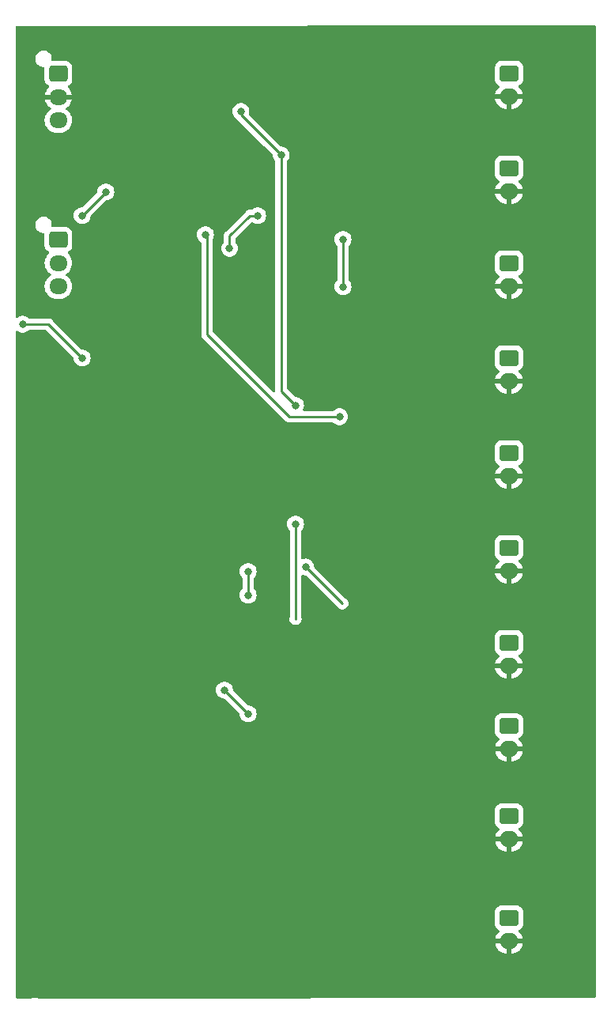
<source format=gbr>
%TF.GenerationSoftware,KiCad,Pcbnew,7.0.7*%
%TF.CreationDate,2023-10-13T16:46:10-07:00*%
%TF.ProjectId,555Trigger,35353554-7269-4676-9765-722e6b696361,0*%
%TF.SameCoordinates,Original*%
%TF.FileFunction,Copper,L2,Bot*%
%TF.FilePolarity,Positive*%
%FSLAX46Y46*%
G04 Gerber Fmt 4.6, Leading zero omitted, Abs format (unit mm)*
G04 Created by KiCad (PCBNEW 7.0.7) date 2023-10-13 16:46:10*
%MOMM*%
%LPD*%
G01*
G04 APERTURE LIST*
G04 Aperture macros list*
%AMRoundRect*
0 Rectangle with rounded corners*
0 $1 Rounding radius*
0 $2 $3 $4 $5 $6 $7 $8 $9 X,Y pos of 4 corners*
0 Add a 4 corners polygon primitive as box body*
4,1,4,$2,$3,$4,$5,$6,$7,$8,$9,$2,$3,0*
0 Add four circle primitives for the rounded corners*
1,1,$1+$1,$2,$3*
1,1,$1+$1,$4,$5*
1,1,$1+$1,$6,$7*
1,1,$1+$1,$8,$9*
0 Add four rect primitives between the rounded corners*
20,1,$1+$1,$2,$3,$4,$5,0*
20,1,$1+$1,$4,$5,$6,$7,0*
20,1,$1+$1,$6,$7,$8,$9,0*
20,1,$1+$1,$8,$9,$2,$3,0*%
G04 Aperture macros list end*
%TA.AperFunction,ComponentPad*%
%ADD10RoundRect,0.250000X-0.750000X0.600000X-0.750000X-0.600000X0.750000X-0.600000X0.750000X0.600000X0*%
%TD*%
%TA.AperFunction,ComponentPad*%
%ADD11O,2.000000X1.700000*%
%TD*%
%TA.AperFunction,ComponentPad*%
%ADD12O,1.950000X1.700000*%
%TD*%
%TA.AperFunction,ComponentPad*%
%ADD13RoundRect,0.250000X-0.725000X0.600000X-0.725000X-0.600000X0.725000X-0.600000X0.725000X0.600000X0*%
%TD*%
%TA.AperFunction,ViaPad*%
%ADD14C,0.800000*%
%TD*%
%TA.AperFunction,ViaPad*%
%ADD15C,0.300000*%
%TD*%
%TA.AperFunction,Conductor*%
%ADD16C,0.250000*%
%TD*%
G04 APERTURE END LIST*
D10*
%TO.P,Brain2,1,Pin_1*%
%TO.N,Net-(Brain1-Pin_1)*%
X78747500Y-100350000D03*
D11*
%TO.P,Brain2,2,Pin_2*%
%TO.N,GND*%
X78747500Y-102850000D03*
%TD*%
D12*
%TO.P,WidthControlSignal1,3,Pin_3*%
%TO.N,/Brain_Camera_Unit/CV_In*%
X30480000Y-53300000D03*
%TO.P,WidthControlSignal1,2,Pin_2*%
%TO.N,/Behavior_Camera_Unit/CV_In*%
X30480000Y-50800000D03*
D13*
%TO.P,WidthControlSignal1,1,Pin_1*%
%TO.N,/Strobing_Trigger/CV_In*%
X30480000Y-48300000D03*
%TD*%
D12*
%TO.P,Power_In1,3,Pin_3*%
%TO.N,VAC*%
X30480000Y-35520000D03*
%TO.P,Power_In1,2,Pin_2*%
%TO.N,GND*%
X30480000Y-33020000D03*
D13*
%TO.P,Power_In1,1,Pin_1*%
%TO.N,+5V*%
X30480000Y-30520000D03*
%TD*%
D11*
%TO.P,Strobing2,2,Pin_2*%
%TO.N,GND*%
X78747500Y-112502000D03*
D10*
%TO.P,Strobing2,1,Pin_1*%
%TO.N,Net-(Strobing2-Pin_1)*%
X78747500Y-110002000D03*
%TD*%
%TO.P,Strobing1,1,Pin_1*%
%TO.N,Net-(Strobing1-Pin_1)*%
X78747500Y-120924000D03*
D11*
%TO.P,Strobing1,2,Pin_2*%
%TO.N,GND*%
X78747500Y-123424000D03*
%TD*%
D10*
%TO.P,Brain1,1,Pin_1*%
%TO.N,Net-(Brain1-Pin_1)*%
X78740000Y-91440000D03*
D11*
%TO.P,Brain1,2,Pin_2*%
%TO.N,GND*%
X78740000Y-93940000D03*
%TD*%
D10*
%TO.P,Behavior6,1,Pin_1*%
%TO.N,Net-(Behavior1-Pin_1)*%
X78740000Y-30480000D03*
D11*
%TO.P,Behavior6,2,Pin_2*%
%TO.N,GND*%
X78740000Y-32980000D03*
%TD*%
D10*
%TO.P,Behavior5,1,Pin_1*%
%TO.N,Net-(Behavior1-Pin_1)*%
X78740000Y-40640000D03*
D11*
%TO.P,Behavior5,2,Pin_2*%
%TO.N,GND*%
X78740000Y-43140000D03*
%TD*%
D10*
%TO.P,Behavior4,1,Pin_1*%
%TO.N,Net-(Behavior1-Pin_1)*%
X78740000Y-50800000D03*
D11*
%TO.P,Behavior4,2,Pin_2*%
%TO.N,GND*%
X78740000Y-53300000D03*
%TD*%
D10*
%TO.P,Behavior3,1,Pin_1*%
%TO.N,Net-(Behavior1-Pin_1)*%
X78740000Y-60960000D03*
D11*
%TO.P,Behavior3,2,Pin_2*%
%TO.N,GND*%
X78740000Y-63460000D03*
%TD*%
D10*
%TO.P,Behavior2,1,Pin_1*%
%TO.N,Net-(Behavior1-Pin_1)*%
X78740000Y-71120000D03*
D11*
%TO.P,Behavior2,2,Pin_2*%
%TO.N,GND*%
X78740000Y-73620000D03*
%TD*%
D10*
%TO.P,Behavior1,1,Pin_1*%
%TO.N,Net-(Behavior1-Pin_1)*%
X78740000Y-81280000D03*
D11*
%TO.P,Behavior1,2,Pin_2*%
%TO.N,GND*%
X78740000Y-83780000D03*
%TD*%
D14*
%TO.N,/Behavior_Camera_Unit/Trigger_Out*%
X46228000Y-47752000D03*
%TO.N,Net-(U9C-V+)*%
X51816000Y-45720000D03*
%TO.N,/Behavior_Camera_Unit/CV_In*%
X33020000Y-60960000D03*
X26645580Y-57356380D03*
%TO.N,+5V*%
X50800000Y-99060000D03*
X48260000Y-96520000D03*
%TO.N,/Behavior_Camera_Unit/Trigger_Out*%
X60602576Y-67247783D03*
%TO.N,VAC*%
X55880000Y-66040000D03*
X54341745Y-39231717D03*
X50029036Y-34555297D03*
X55880000Y-78740000D03*
D15*
X55880000Y-88900000D03*
D14*
%TO.N,+5V*%
X56973937Y-83344887D03*
D15*
X60884660Y-87224801D03*
D14*
X60960000Y-48260000D03*
X60960000Y-53340000D03*
%TO.N,/Brain_Camera_Unit/CV_In*%
X35560000Y-43180000D03*
X33020000Y-45720000D03*
%TO.N,GND*%
X43180000Y-43180000D03*
X58420000Y-38100000D03*
X58420000Y-35560000D03*
D15*
X55880000Y-55899500D03*
D14*
X59243157Y-64355899D03*
%TO.N,Net-(U9C-V+)*%
X48801551Y-49224210D03*
%TO.N,/Strobing_Trigger/CV_In*%
X50800000Y-86360000D03*
X50800000Y-83820000D03*
%TO.N,GND*%
X58420000Y-93980000D03*
X58420000Y-91440000D03*
X53340000Y-86360000D03*
X55880000Y-30480000D03*
X43180000Y-86360000D03*
X71120000Y-78740000D03*
X71120000Y-106680000D03*
X66040000Y-109220000D03*
X66040000Y-81280000D03*
X71120000Y-50800000D03*
X66040000Y-53340000D03*
X45720000Y-63500000D03*
%TD*%
D16*
%TO.N,/Behavior_Camera_Unit/Trigger_Out*%
X46403101Y-47576899D02*
X46228000Y-47752000D01*
X46403101Y-47524485D02*
X46403101Y-47576899D01*
%TO.N,Net-(U9C-V+)*%
X48801551Y-47902824D02*
X50984375Y-45720000D01*
X48801551Y-49224210D02*
X48801551Y-47902824D01*
X50984375Y-45720000D02*
X51816000Y-45720000D01*
%TO.N,/Behavior_Camera_Unit/CV_In*%
X29416380Y-57356380D02*
X33020000Y-60960000D01*
X26645580Y-57356380D02*
X29416380Y-57356380D01*
%TO.N,+5V*%
X48260000Y-96520000D02*
X50800000Y-99060000D01*
%TO.N,/Behavior_Camera_Unit/Trigger_Out*%
X46403101Y-58409667D02*
X46403101Y-47524485D01*
X46403101Y-58409667D02*
X55241217Y-67247783D01*
X60602576Y-67247783D02*
X55241217Y-67247783D01*
%TO.N,VAC*%
X54341745Y-64501745D02*
X55880000Y-66040000D01*
X54341745Y-39231717D02*
X54341745Y-64501745D01*
X50029036Y-34919008D02*
X54341745Y-39231717D01*
X50029036Y-34555297D02*
X50029036Y-34919008D01*
X55880000Y-88900000D02*
X55880000Y-78740000D01*
%TO.N,+5V*%
X60853851Y-87224801D02*
X56973937Y-83344887D01*
X60884660Y-87224801D02*
X60853851Y-87224801D01*
X60960000Y-53340000D02*
X60960000Y-48260000D01*
%TO.N,/Brain_Camera_Unit/CV_In*%
X33020000Y-45720000D02*
X35560000Y-43180000D01*
%TO.N,/Strobing_Trigger/CV_In*%
X50800000Y-86360000D02*
X50800000Y-83820000D01*
%TD*%
%TA.AperFunction,Conductor*%
%TO.N,GND*%
G36*
X87980020Y-25351058D02*
G01*
X88025833Y-25403811D01*
X88037096Y-25455447D01*
X88037096Y-129347446D01*
X88017411Y-129414485D01*
X87964607Y-129460240D01*
X87913233Y-129471446D01*
X86575199Y-129472925D01*
X86569725Y-129472689D01*
X86418967Y-129459500D01*
X86418966Y-129459500D01*
X86301034Y-129459500D01*
X86301033Y-129459500D01*
X86144767Y-129473171D01*
X86139429Y-129473407D01*
X28424308Y-129537217D01*
X28392078Y-129532992D01*
X28175413Y-129474938D01*
X28175403Y-129474936D01*
X27998966Y-129459500D01*
X27881034Y-129459500D01*
X27704596Y-129474936D01*
X27704586Y-129474938D01*
X27483910Y-129534067D01*
X27451954Y-129538292D01*
X26032137Y-129539862D01*
X25965076Y-129520252D01*
X25919263Y-129467498D01*
X25908000Y-129415862D01*
X25908000Y-121574001D01*
X77247000Y-121574001D01*
X77247001Y-121574018D01*
X77257500Y-121676796D01*
X77257501Y-121676799D01*
X77312685Y-121843331D01*
X77312687Y-121843336D01*
X77404789Y-121992657D01*
X77528844Y-122116712D01*
X77684058Y-122212448D01*
X77730783Y-122264396D01*
X77742006Y-122333358D01*
X77714163Y-122397441D01*
X77706644Y-122405668D01*
X77559391Y-122552921D01*
X77423899Y-122746421D01*
X77324070Y-122960507D01*
X77324067Y-122960513D01*
X77266864Y-123173999D01*
X77266864Y-123174000D01*
X78134153Y-123174000D01*
X78201192Y-123193685D01*
X78246947Y-123246489D01*
X78256891Y-123315647D01*
X78253131Y-123332933D01*
X78247500Y-123352111D01*
X78247500Y-123495888D01*
X78253131Y-123515067D01*
X78253130Y-123584936D01*
X78215355Y-123643714D01*
X78151799Y-123672738D01*
X78134153Y-123674000D01*
X77266864Y-123674000D01*
X77324067Y-123887486D01*
X77324070Y-123887492D01*
X77423899Y-124101577D01*
X77423900Y-124101579D01*
X77559386Y-124295073D01*
X77559391Y-124295079D01*
X77726420Y-124462108D01*
X77726426Y-124462113D01*
X77919920Y-124597599D01*
X77919922Y-124597600D01*
X78134007Y-124697429D01*
X78134016Y-124697433D01*
X78362173Y-124758567D01*
X78362184Y-124758569D01*
X78497499Y-124770407D01*
X78497500Y-124770407D01*
X78497500Y-124036301D01*
X78517185Y-123969262D01*
X78569989Y-123923507D01*
X78639147Y-123913563D01*
X78711737Y-123924000D01*
X78711738Y-123924000D01*
X78783262Y-123924000D01*
X78783263Y-123924000D01*
X78855853Y-123913563D01*
X78925012Y-123923507D01*
X78977815Y-123969262D01*
X78997500Y-124036301D01*
X78997500Y-124770407D01*
X79132815Y-124758569D01*
X79132826Y-124758567D01*
X79360983Y-124697433D01*
X79360992Y-124697429D01*
X79575077Y-124597600D01*
X79575079Y-124597599D01*
X79768573Y-124462113D01*
X79768579Y-124462108D01*
X79935605Y-124295082D01*
X80071100Y-124101578D01*
X80170929Y-123887492D01*
X80170932Y-123887486D01*
X80228136Y-123674000D01*
X79360847Y-123674000D01*
X79293808Y-123654315D01*
X79248053Y-123601511D01*
X79238109Y-123532353D01*
X79241869Y-123515067D01*
X79247500Y-123495888D01*
X79247500Y-123352111D01*
X79241869Y-123332933D01*
X79241870Y-123263064D01*
X79279645Y-123204286D01*
X79343201Y-123175262D01*
X79360847Y-123174000D01*
X80228136Y-123174000D01*
X80228135Y-123173999D01*
X80170932Y-122960513D01*
X80170929Y-122960507D01*
X80071100Y-122746422D01*
X80071099Y-122746420D01*
X79935613Y-122552926D01*
X79788356Y-122405668D01*
X79754872Y-122344345D01*
X79759856Y-122274653D01*
X79801728Y-122218720D01*
X79810942Y-122212448D01*
X79816834Y-122208814D01*
X79966156Y-122116712D01*
X80090212Y-121992656D01*
X80182314Y-121843334D01*
X80237499Y-121676797D01*
X80248000Y-121574009D01*
X80247999Y-120273992D01*
X80237499Y-120171203D01*
X80182314Y-120004666D01*
X80090212Y-119855344D01*
X79966156Y-119731288D01*
X79816834Y-119639186D01*
X79650297Y-119584001D01*
X79650295Y-119584000D01*
X79547510Y-119573500D01*
X77947498Y-119573500D01*
X77947481Y-119573501D01*
X77844703Y-119584000D01*
X77844700Y-119584001D01*
X77678168Y-119639185D01*
X77678163Y-119639187D01*
X77528842Y-119731289D01*
X77404789Y-119855342D01*
X77312687Y-120004663D01*
X77312685Y-120004666D01*
X77312686Y-120004666D01*
X77257501Y-120171203D01*
X77257501Y-120171204D01*
X77257500Y-120171204D01*
X77247000Y-120273983D01*
X77247000Y-121574001D01*
X25908000Y-121574001D01*
X25908000Y-110652001D01*
X77247000Y-110652001D01*
X77247001Y-110652018D01*
X77257500Y-110754796D01*
X77257501Y-110754799D01*
X77312685Y-110921331D01*
X77312687Y-110921336D01*
X77404789Y-111070657D01*
X77528844Y-111194712D01*
X77684058Y-111290448D01*
X77730783Y-111342396D01*
X77742006Y-111411358D01*
X77714163Y-111475441D01*
X77706644Y-111483668D01*
X77559391Y-111630921D01*
X77423899Y-111824421D01*
X77324070Y-112038507D01*
X77324067Y-112038513D01*
X77266864Y-112251999D01*
X77266864Y-112252000D01*
X78134153Y-112252000D01*
X78201192Y-112271685D01*
X78246947Y-112324489D01*
X78256891Y-112393647D01*
X78253131Y-112410933D01*
X78247500Y-112430111D01*
X78247500Y-112573888D01*
X78253131Y-112593067D01*
X78253130Y-112662936D01*
X78215355Y-112721714D01*
X78151799Y-112750738D01*
X78134153Y-112752000D01*
X77266864Y-112752000D01*
X77324067Y-112965486D01*
X77324070Y-112965492D01*
X77423899Y-113179577D01*
X77423900Y-113179579D01*
X77559386Y-113373073D01*
X77559391Y-113373079D01*
X77726420Y-113540108D01*
X77726426Y-113540113D01*
X77919920Y-113675599D01*
X77919922Y-113675600D01*
X78134007Y-113775429D01*
X78134016Y-113775433D01*
X78362173Y-113836567D01*
X78362184Y-113836569D01*
X78497499Y-113848407D01*
X78497500Y-113848407D01*
X78497500Y-113114301D01*
X78517185Y-113047262D01*
X78569989Y-113001507D01*
X78639147Y-112991563D01*
X78711737Y-113002000D01*
X78711738Y-113002000D01*
X78783262Y-113002000D01*
X78783263Y-113002000D01*
X78855853Y-112991563D01*
X78925012Y-113001507D01*
X78977815Y-113047262D01*
X78997500Y-113114301D01*
X78997500Y-113848407D01*
X79132815Y-113836569D01*
X79132826Y-113836567D01*
X79360983Y-113775433D01*
X79360992Y-113775429D01*
X79575077Y-113675600D01*
X79575079Y-113675599D01*
X79768573Y-113540113D01*
X79768579Y-113540108D01*
X79935605Y-113373082D01*
X80071100Y-113179578D01*
X80170929Y-112965492D01*
X80170932Y-112965486D01*
X80228136Y-112752000D01*
X79360847Y-112752000D01*
X79293808Y-112732315D01*
X79248053Y-112679511D01*
X79238109Y-112610353D01*
X79241869Y-112593067D01*
X79247500Y-112573888D01*
X79247500Y-112430111D01*
X79241869Y-112410933D01*
X79241870Y-112341064D01*
X79279645Y-112282286D01*
X79343201Y-112253262D01*
X79360847Y-112252000D01*
X80228136Y-112252000D01*
X80228135Y-112251999D01*
X80170932Y-112038513D01*
X80170929Y-112038507D01*
X80071100Y-111824422D01*
X80071099Y-111824420D01*
X79935613Y-111630926D01*
X79788356Y-111483668D01*
X79754872Y-111422345D01*
X79759856Y-111352653D01*
X79801728Y-111296720D01*
X79810942Y-111290448D01*
X79816834Y-111286814D01*
X79966156Y-111194712D01*
X80090212Y-111070656D01*
X80182314Y-110921334D01*
X80237499Y-110754797D01*
X80248000Y-110652009D01*
X80247999Y-109351992D01*
X80237499Y-109249203D01*
X80182314Y-109082666D01*
X80090212Y-108933344D01*
X79966156Y-108809288D01*
X79816834Y-108717186D01*
X79650297Y-108662001D01*
X79650295Y-108662000D01*
X79547510Y-108651500D01*
X77947498Y-108651500D01*
X77947481Y-108651501D01*
X77844703Y-108662000D01*
X77844700Y-108662001D01*
X77678168Y-108717185D01*
X77678163Y-108717187D01*
X77528842Y-108809289D01*
X77404789Y-108933342D01*
X77312687Y-109082663D01*
X77312685Y-109082666D01*
X77312686Y-109082666D01*
X77257501Y-109249203D01*
X77257501Y-109249204D01*
X77257500Y-109249204D01*
X77247000Y-109351983D01*
X77247000Y-110652001D01*
X25908000Y-110652001D01*
X25908000Y-101000001D01*
X77247000Y-101000001D01*
X77247001Y-101000018D01*
X77257500Y-101102796D01*
X77257501Y-101102799D01*
X77312685Y-101269331D01*
X77312687Y-101269336D01*
X77404789Y-101418657D01*
X77528844Y-101542712D01*
X77684058Y-101638448D01*
X77730783Y-101690396D01*
X77742006Y-101759358D01*
X77714163Y-101823441D01*
X77706644Y-101831668D01*
X77559391Y-101978921D01*
X77423899Y-102172421D01*
X77324070Y-102386507D01*
X77324067Y-102386513D01*
X77266864Y-102599999D01*
X77266864Y-102600000D01*
X78134153Y-102600000D01*
X78201192Y-102619685D01*
X78246947Y-102672489D01*
X78256891Y-102741647D01*
X78253131Y-102758933D01*
X78247500Y-102778111D01*
X78247500Y-102921888D01*
X78253131Y-102941067D01*
X78253130Y-103010936D01*
X78215355Y-103069714D01*
X78151799Y-103098738D01*
X78134153Y-103100000D01*
X77266864Y-103100000D01*
X77324067Y-103313486D01*
X77324070Y-103313492D01*
X77423899Y-103527577D01*
X77423900Y-103527579D01*
X77559386Y-103721073D01*
X77559391Y-103721079D01*
X77726420Y-103888108D01*
X77726426Y-103888113D01*
X77919920Y-104023599D01*
X77919922Y-104023600D01*
X78134007Y-104123429D01*
X78134016Y-104123433D01*
X78362173Y-104184567D01*
X78362184Y-104184569D01*
X78497499Y-104196407D01*
X78497500Y-104196406D01*
X78497500Y-103462301D01*
X78517185Y-103395262D01*
X78569989Y-103349507D01*
X78639147Y-103339563D01*
X78711737Y-103350000D01*
X78711738Y-103350000D01*
X78783262Y-103350000D01*
X78783263Y-103350000D01*
X78855853Y-103339563D01*
X78925012Y-103349507D01*
X78977815Y-103395262D01*
X78997500Y-103462301D01*
X78997500Y-104196407D01*
X79132815Y-104184569D01*
X79132826Y-104184567D01*
X79360983Y-104123433D01*
X79360992Y-104123429D01*
X79575077Y-104023600D01*
X79575079Y-104023599D01*
X79768573Y-103888113D01*
X79768579Y-103888108D01*
X79935605Y-103721082D01*
X80071100Y-103527578D01*
X80170929Y-103313492D01*
X80170932Y-103313486D01*
X80228136Y-103100000D01*
X79360847Y-103100000D01*
X79293808Y-103080315D01*
X79248053Y-103027511D01*
X79238109Y-102958353D01*
X79241869Y-102941067D01*
X79247500Y-102921888D01*
X79247500Y-102778111D01*
X79241869Y-102758933D01*
X79241870Y-102689064D01*
X79279645Y-102630286D01*
X79343201Y-102601262D01*
X79360847Y-102600000D01*
X80228136Y-102600000D01*
X80228135Y-102599999D01*
X80170932Y-102386513D01*
X80170929Y-102386507D01*
X80071100Y-102172422D01*
X80071099Y-102172420D01*
X79935613Y-101978926D01*
X79788356Y-101831668D01*
X79754872Y-101770345D01*
X79759856Y-101700653D01*
X79801728Y-101644720D01*
X79810942Y-101638448D01*
X79816834Y-101634814D01*
X79966156Y-101542712D01*
X80090212Y-101418656D01*
X80182314Y-101269334D01*
X80237499Y-101102797D01*
X80248000Y-101000009D01*
X80247999Y-99699992D01*
X80237499Y-99597203D01*
X80182314Y-99430666D01*
X80090212Y-99281344D01*
X79966156Y-99157288D01*
X79841416Y-99080348D01*
X79816836Y-99065187D01*
X79816831Y-99065185D01*
X79801184Y-99060000D01*
X79650297Y-99010001D01*
X79650295Y-99010000D01*
X79547510Y-98999500D01*
X77947498Y-98999500D01*
X77947481Y-98999501D01*
X77844703Y-99010000D01*
X77844700Y-99010001D01*
X77678168Y-99065185D01*
X77678163Y-99065187D01*
X77528842Y-99157289D01*
X77404789Y-99281342D01*
X77312687Y-99430663D01*
X77312685Y-99430666D01*
X77312686Y-99430666D01*
X77257501Y-99597203D01*
X77257501Y-99597204D01*
X77257500Y-99597204D01*
X77247000Y-99699983D01*
X77247000Y-101000001D01*
X25908000Y-101000001D01*
X25908000Y-96520000D01*
X47354540Y-96520000D01*
X47374326Y-96708256D01*
X47374327Y-96708259D01*
X47432818Y-96888277D01*
X47432821Y-96888284D01*
X47527467Y-97052216D01*
X47654128Y-97192887D01*
X47654129Y-97192888D01*
X47807265Y-97304148D01*
X47807270Y-97304151D01*
X47980192Y-97381142D01*
X47980197Y-97381144D01*
X48165354Y-97420500D01*
X48224548Y-97420500D01*
X48291587Y-97440185D01*
X48312229Y-97456819D01*
X49861038Y-99005629D01*
X49894523Y-99066952D01*
X49896678Y-99080348D01*
X49904765Y-99157288D01*
X49914326Y-99248256D01*
X49914327Y-99248259D01*
X49972818Y-99428277D01*
X49972821Y-99428284D01*
X50067467Y-99592216D01*
X50164509Y-99699992D01*
X50194129Y-99732888D01*
X50347265Y-99844148D01*
X50347270Y-99844151D01*
X50520192Y-99921142D01*
X50520197Y-99921144D01*
X50705354Y-99960500D01*
X50705355Y-99960500D01*
X50894644Y-99960500D01*
X50894646Y-99960500D01*
X51079803Y-99921144D01*
X51252730Y-99844151D01*
X51405871Y-99732888D01*
X51532533Y-99592216D01*
X51627179Y-99428284D01*
X51685674Y-99248256D01*
X51705460Y-99060000D01*
X51685674Y-98871744D01*
X51627179Y-98691716D01*
X51532533Y-98527784D01*
X51405871Y-98387112D01*
X51405870Y-98387111D01*
X51252734Y-98275851D01*
X51252729Y-98275848D01*
X51079807Y-98198857D01*
X51079802Y-98198855D01*
X50934001Y-98167865D01*
X50894646Y-98159500D01*
X50894645Y-98159500D01*
X50835453Y-98159500D01*
X50768414Y-98139815D01*
X50747772Y-98123181D01*
X49198960Y-96574369D01*
X49165475Y-96513046D01*
X49163323Y-96499668D01*
X49145674Y-96331744D01*
X49087179Y-96151716D01*
X48992533Y-95987784D01*
X48865871Y-95847112D01*
X48865870Y-95847111D01*
X48712734Y-95735851D01*
X48712729Y-95735848D01*
X48539807Y-95658857D01*
X48539802Y-95658855D01*
X48394000Y-95627865D01*
X48354646Y-95619500D01*
X48165354Y-95619500D01*
X48132897Y-95626398D01*
X47980197Y-95658855D01*
X47980192Y-95658857D01*
X47807270Y-95735848D01*
X47807265Y-95735851D01*
X47654129Y-95847111D01*
X47527466Y-95987785D01*
X47432821Y-96151715D01*
X47432818Y-96151722D01*
X47374327Y-96331740D01*
X47374326Y-96331744D01*
X47354540Y-96520000D01*
X25908000Y-96520000D01*
X25908000Y-93831647D01*
X25908000Y-92090001D01*
X77239500Y-92090001D01*
X77239501Y-92090018D01*
X77250000Y-92192796D01*
X77250001Y-92192799D01*
X77305185Y-92359331D01*
X77305187Y-92359336D01*
X77397289Y-92508657D01*
X77521344Y-92632712D01*
X77676558Y-92728448D01*
X77723283Y-92780396D01*
X77734506Y-92849358D01*
X77706663Y-92913441D01*
X77699144Y-92921668D01*
X77551891Y-93068921D01*
X77416399Y-93262421D01*
X77316570Y-93476507D01*
X77316567Y-93476513D01*
X77259364Y-93689999D01*
X77259364Y-93690000D01*
X78126653Y-93690000D01*
X78193692Y-93709685D01*
X78239447Y-93762489D01*
X78249391Y-93831647D01*
X78245631Y-93848933D01*
X78240000Y-93868111D01*
X78240000Y-94011888D01*
X78245631Y-94031067D01*
X78245630Y-94100936D01*
X78207855Y-94159714D01*
X78144299Y-94188738D01*
X78126653Y-94190000D01*
X77259364Y-94190000D01*
X77316567Y-94403486D01*
X77316570Y-94403492D01*
X77416399Y-94617577D01*
X77416400Y-94617579D01*
X77551886Y-94811073D01*
X77551891Y-94811079D01*
X77718920Y-94978108D01*
X77718926Y-94978113D01*
X77912420Y-95113599D01*
X77912422Y-95113600D01*
X78126507Y-95213429D01*
X78126516Y-95213433D01*
X78354673Y-95274567D01*
X78354684Y-95274569D01*
X78489999Y-95286407D01*
X78490000Y-95286406D01*
X78490000Y-94552301D01*
X78509685Y-94485262D01*
X78562489Y-94439507D01*
X78631647Y-94429563D01*
X78704237Y-94440000D01*
X78704238Y-94440000D01*
X78775762Y-94440000D01*
X78775763Y-94440000D01*
X78848353Y-94429563D01*
X78917512Y-94439507D01*
X78970315Y-94485262D01*
X78990000Y-94552301D01*
X78990000Y-95286407D01*
X79125315Y-95274569D01*
X79125326Y-95274567D01*
X79353483Y-95213433D01*
X79353492Y-95213429D01*
X79567577Y-95113600D01*
X79567579Y-95113599D01*
X79761073Y-94978113D01*
X79761079Y-94978108D01*
X79928105Y-94811082D01*
X80063600Y-94617578D01*
X80163429Y-94403492D01*
X80163432Y-94403486D01*
X80220636Y-94190000D01*
X79353347Y-94190000D01*
X79286308Y-94170315D01*
X79240553Y-94117511D01*
X79230609Y-94048353D01*
X79234369Y-94031067D01*
X79240000Y-94011888D01*
X79240000Y-93868111D01*
X79234369Y-93848933D01*
X79234370Y-93779064D01*
X79272145Y-93720286D01*
X79335701Y-93691262D01*
X79353347Y-93690000D01*
X80220636Y-93690000D01*
X80220635Y-93689999D01*
X80163432Y-93476513D01*
X80163429Y-93476507D01*
X80063600Y-93262422D01*
X80063599Y-93262420D01*
X79928113Y-93068926D01*
X79780856Y-92921668D01*
X79747372Y-92860345D01*
X79752356Y-92790653D01*
X79794228Y-92734720D01*
X79803442Y-92728448D01*
X79809334Y-92724814D01*
X79958656Y-92632712D01*
X80082712Y-92508656D01*
X80174814Y-92359334D01*
X80229999Y-92192797D01*
X80240500Y-92090009D01*
X80240499Y-90789992D01*
X80229999Y-90687203D01*
X80174814Y-90520666D01*
X80082712Y-90371344D01*
X79958656Y-90247288D01*
X79809334Y-90155186D01*
X79642797Y-90100001D01*
X79642795Y-90100000D01*
X79540010Y-90089500D01*
X77939998Y-90089500D01*
X77939981Y-90089501D01*
X77837203Y-90100000D01*
X77837200Y-90100001D01*
X77670668Y-90155185D01*
X77670663Y-90155187D01*
X77521342Y-90247289D01*
X77397289Y-90371342D01*
X77305187Y-90520663D01*
X77305185Y-90520666D01*
X77305186Y-90520666D01*
X77250001Y-90687203D01*
X77250001Y-90687204D01*
X77250000Y-90687204D01*
X77239500Y-90789983D01*
X77239500Y-92090001D01*
X25908000Y-92090001D01*
X25908000Y-86360000D01*
X49894540Y-86360000D01*
X49914326Y-86548256D01*
X49914327Y-86548259D01*
X49972818Y-86728277D01*
X49972821Y-86728284D01*
X50067467Y-86892216D01*
X50194128Y-87032887D01*
X50194129Y-87032888D01*
X50347265Y-87144148D01*
X50347270Y-87144151D01*
X50520192Y-87221142D01*
X50520197Y-87221144D01*
X50705354Y-87260500D01*
X50705355Y-87260500D01*
X50894644Y-87260500D01*
X50894646Y-87260500D01*
X51079803Y-87221144D01*
X51252730Y-87144151D01*
X51405871Y-87032888D01*
X51532533Y-86892216D01*
X51627179Y-86728284D01*
X51685674Y-86548256D01*
X51705460Y-86360000D01*
X51685674Y-86171744D01*
X51627179Y-85991716D01*
X51532533Y-85827784D01*
X51457350Y-85744284D01*
X51427120Y-85681292D01*
X51425500Y-85661312D01*
X51425500Y-84518687D01*
X51445185Y-84451648D01*
X51457350Y-84435715D01*
X51475891Y-84415122D01*
X51532533Y-84352216D01*
X51627179Y-84188284D01*
X51685674Y-84008256D01*
X51705460Y-83820000D01*
X51685674Y-83631744D01*
X51627179Y-83451716D01*
X51532533Y-83287784D01*
X51405871Y-83147112D01*
X51405870Y-83147111D01*
X51252734Y-83035851D01*
X51252729Y-83035848D01*
X51079807Y-82958857D01*
X51079802Y-82958855D01*
X50934001Y-82927865D01*
X50894646Y-82919500D01*
X50705354Y-82919500D01*
X50672897Y-82926398D01*
X50520197Y-82958855D01*
X50520192Y-82958857D01*
X50347270Y-83035848D01*
X50347265Y-83035851D01*
X50194129Y-83147111D01*
X50067466Y-83287785D01*
X49972821Y-83451715D01*
X49972818Y-83451722D01*
X49918446Y-83619064D01*
X49914326Y-83631744D01*
X49894540Y-83820000D01*
X49914326Y-84008256D01*
X49914327Y-84008259D01*
X49972818Y-84188277D01*
X49972821Y-84188284D01*
X50067467Y-84352216D01*
X50103560Y-84392301D01*
X50142650Y-84435715D01*
X50172880Y-84498706D01*
X50174500Y-84518687D01*
X50174500Y-85661312D01*
X50154815Y-85728351D01*
X50142650Y-85744284D01*
X50067466Y-85827784D01*
X49972821Y-85991715D01*
X49972818Y-85991722D01*
X49914327Y-86171740D01*
X49914326Y-86171744D01*
X49894540Y-86360000D01*
X25908000Y-86360000D01*
X25908000Y-78740000D01*
X54974540Y-78740000D01*
X54994326Y-78928256D01*
X54994327Y-78928259D01*
X55052818Y-79108277D01*
X55052821Y-79108284D01*
X55147467Y-79272216D01*
X55190772Y-79320310D01*
X55222650Y-79355715D01*
X55252880Y-79418706D01*
X55254500Y-79438687D01*
X55254500Y-88692147D01*
X55246442Y-88736117D01*
X55243764Y-88743176D01*
X55243762Y-88743185D01*
X55224722Y-88899999D01*
X55224722Y-88900000D01*
X55243762Y-89056818D01*
X55299779Y-89204522D01*
X55299780Y-89204523D01*
X55389517Y-89334530D01*
X55507760Y-89439283D01*
X55507762Y-89439284D01*
X55647634Y-89512696D01*
X55801014Y-89550500D01*
X55801015Y-89550500D01*
X55958985Y-89550500D01*
X56112365Y-89512696D01*
X56112364Y-89512696D01*
X56252240Y-89439283D01*
X56370483Y-89334530D01*
X56460220Y-89204523D01*
X56516237Y-89056818D01*
X56535278Y-88900000D01*
X56516237Y-88743182D01*
X56513558Y-88736117D01*
X56505500Y-88692147D01*
X56505500Y-84312989D01*
X56525185Y-84245950D01*
X56577989Y-84200195D01*
X56647147Y-84190251D01*
X56679936Y-84199709D01*
X56694134Y-84206031D01*
X56879291Y-84245387D01*
X56938485Y-84245387D01*
X57005524Y-84265072D01*
X57026166Y-84281706D01*
X60353048Y-87608589D01*
X60362869Y-87620848D01*
X60363091Y-87620665D01*
X60368063Y-87626675D01*
X60368065Y-87626678D01*
X60368067Y-87626680D01*
X60368068Y-87626681D01*
X60368576Y-87627158D01*
X60385738Y-87647105D01*
X60394175Y-87659329D01*
X60394177Y-87659331D01*
X60512420Y-87764084D01*
X60512422Y-87764085D01*
X60652294Y-87837497D01*
X60805674Y-87875301D01*
X60805675Y-87875301D01*
X60963645Y-87875301D01*
X61117025Y-87837497D01*
X61117024Y-87837497D01*
X61256900Y-87764084D01*
X61375143Y-87659331D01*
X61464880Y-87529324D01*
X61520897Y-87381619D01*
X61539938Y-87224801D01*
X61530146Y-87144151D01*
X61520897Y-87067982D01*
X61499652Y-87011964D01*
X61464880Y-86920278D01*
X61375143Y-86790271D01*
X61256900Y-86685518D01*
X61256898Y-86685517D01*
X61256897Y-86685516D01*
X61152087Y-86630507D01*
X61122032Y-86608392D01*
X57912897Y-83399256D01*
X57879412Y-83337933D01*
X57877260Y-83324555D01*
X57859611Y-83156631D01*
X57801116Y-82976603D01*
X57706470Y-82812671D01*
X57579808Y-82671999D01*
X57579807Y-82671998D01*
X57426671Y-82560738D01*
X57426666Y-82560735D01*
X57253744Y-82483744D01*
X57253739Y-82483742D01*
X57107938Y-82452752D01*
X57068583Y-82444387D01*
X56879291Y-82444387D01*
X56846834Y-82451285D01*
X56694134Y-82483742D01*
X56694129Y-82483744D01*
X56679932Y-82490065D01*
X56610682Y-82499348D01*
X56547406Y-82469717D01*
X56510195Y-82410581D01*
X56505500Y-82376784D01*
X56505500Y-81930001D01*
X77239500Y-81930001D01*
X77239501Y-81930018D01*
X77250000Y-82032796D01*
X77250001Y-82032799D01*
X77305185Y-82199331D01*
X77305186Y-82199334D01*
X77397288Y-82348656D01*
X77521344Y-82472712D01*
X77664054Y-82560736D01*
X77676558Y-82568448D01*
X77723283Y-82620396D01*
X77734506Y-82689358D01*
X77706663Y-82753441D01*
X77699144Y-82761668D01*
X77551891Y-82908921D01*
X77416399Y-83102421D01*
X77316570Y-83316507D01*
X77316567Y-83316513D01*
X77259364Y-83529999D01*
X77259364Y-83530000D01*
X78126653Y-83530000D01*
X78193692Y-83549685D01*
X78239447Y-83602489D01*
X78249391Y-83671647D01*
X78245631Y-83688933D01*
X78240000Y-83708111D01*
X78240000Y-83851888D01*
X78245631Y-83871067D01*
X78245630Y-83940936D01*
X78207855Y-83999714D01*
X78144299Y-84028738D01*
X78126653Y-84030000D01*
X77259364Y-84030000D01*
X77316567Y-84243486D01*
X77316570Y-84243492D01*
X77416399Y-84457577D01*
X77416400Y-84457579D01*
X77551886Y-84651073D01*
X77551891Y-84651079D01*
X77718920Y-84818108D01*
X77718926Y-84818113D01*
X77912420Y-84953599D01*
X77912422Y-84953600D01*
X78126507Y-85053429D01*
X78126516Y-85053433D01*
X78354673Y-85114567D01*
X78354684Y-85114569D01*
X78489999Y-85126407D01*
X78490000Y-85126407D01*
X78490000Y-84392301D01*
X78509685Y-84325262D01*
X78562489Y-84279507D01*
X78631647Y-84269563D01*
X78704237Y-84280000D01*
X78704238Y-84280000D01*
X78775762Y-84280000D01*
X78775763Y-84280000D01*
X78848353Y-84269563D01*
X78917512Y-84279507D01*
X78970315Y-84325262D01*
X78990000Y-84392301D01*
X78990000Y-85126407D01*
X79125315Y-85114569D01*
X79125326Y-85114567D01*
X79353483Y-85053433D01*
X79353492Y-85053429D01*
X79567577Y-84953600D01*
X79567579Y-84953599D01*
X79761073Y-84818113D01*
X79761079Y-84818108D01*
X79928105Y-84651082D01*
X80063600Y-84457578D01*
X80163429Y-84243492D01*
X80163432Y-84243486D01*
X80220636Y-84030000D01*
X79353347Y-84030000D01*
X79286308Y-84010315D01*
X79240553Y-83957511D01*
X79230609Y-83888353D01*
X79234369Y-83871067D01*
X79240000Y-83851888D01*
X79240000Y-83708111D01*
X79234369Y-83688933D01*
X79234370Y-83619064D01*
X79272145Y-83560286D01*
X79335701Y-83531262D01*
X79353347Y-83530000D01*
X80220636Y-83530000D01*
X80220635Y-83529999D01*
X80163432Y-83316513D01*
X80163429Y-83316507D01*
X80063600Y-83102422D01*
X80063599Y-83102420D01*
X79928113Y-82908926D01*
X79780856Y-82761668D01*
X79747372Y-82700345D01*
X79752356Y-82630653D01*
X79794228Y-82574720D01*
X79803442Y-82568448D01*
X79815942Y-82560738D01*
X79958656Y-82472712D01*
X80082712Y-82348656D01*
X80174814Y-82199334D01*
X80229999Y-82032797D01*
X80240500Y-81930009D01*
X80240499Y-80629992D01*
X80229999Y-80527203D01*
X80174814Y-80360666D01*
X80082712Y-80211344D01*
X79958656Y-80087288D01*
X79809334Y-79995186D01*
X79642797Y-79940001D01*
X79642795Y-79940000D01*
X79540010Y-79929500D01*
X77939998Y-79929500D01*
X77939981Y-79929501D01*
X77837203Y-79940000D01*
X77837200Y-79940001D01*
X77670668Y-79995185D01*
X77670663Y-79995187D01*
X77521342Y-80087289D01*
X77397289Y-80211342D01*
X77305187Y-80360663D01*
X77305185Y-80360666D01*
X77305186Y-80360666D01*
X77250001Y-80527203D01*
X77250001Y-80527204D01*
X77250000Y-80527204D01*
X77239500Y-80629983D01*
X77239500Y-81930001D01*
X56505500Y-81930001D01*
X56505500Y-79438687D01*
X56525185Y-79371648D01*
X56537350Y-79355715D01*
X56555891Y-79335122D01*
X56612533Y-79272216D01*
X56707179Y-79108284D01*
X56765674Y-78928256D01*
X56785460Y-78740000D01*
X56765674Y-78551744D01*
X56707179Y-78371716D01*
X56612533Y-78207784D01*
X56485871Y-78067112D01*
X56485870Y-78067111D01*
X56332734Y-77955851D01*
X56332729Y-77955848D01*
X56159807Y-77878857D01*
X56159802Y-77878855D01*
X56014001Y-77847865D01*
X55974646Y-77839500D01*
X55785354Y-77839500D01*
X55752897Y-77846398D01*
X55600197Y-77878855D01*
X55600192Y-77878857D01*
X55427270Y-77955848D01*
X55427265Y-77955851D01*
X55274129Y-78067111D01*
X55147466Y-78207785D01*
X55052821Y-78371715D01*
X55052818Y-78371722D01*
X54994327Y-78551740D01*
X54994326Y-78551744D01*
X54974540Y-78740000D01*
X25908000Y-78740000D01*
X25908000Y-71770001D01*
X77239500Y-71770001D01*
X77239501Y-71770018D01*
X77250000Y-71872796D01*
X77250001Y-71872799D01*
X77305185Y-72039331D01*
X77305187Y-72039336D01*
X77397289Y-72188657D01*
X77521344Y-72312712D01*
X77676558Y-72408448D01*
X77723283Y-72460396D01*
X77734506Y-72529358D01*
X77706663Y-72593441D01*
X77699144Y-72601668D01*
X77551891Y-72748921D01*
X77416399Y-72942421D01*
X77316570Y-73156507D01*
X77316567Y-73156513D01*
X77259364Y-73369999D01*
X77259364Y-73370000D01*
X78126653Y-73370000D01*
X78193692Y-73389685D01*
X78239447Y-73442489D01*
X78249391Y-73511647D01*
X78245631Y-73528933D01*
X78240000Y-73548111D01*
X78240000Y-73691888D01*
X78245631Y-73711067D01*
X78245630Y-73780936D01*
X78207855Y-73839714D01*
X78144299Y-73868738D01*
X78126653Y-73870000D01*
X77259364Y-73870000D01*
X77316567Y-74083486D01*
X77316570Y-74083492D01*
X77416399Y-74297577D01*
X77416400Y-74297579D01*
X77551886Y-74491073D01*
X77551891Y-74491079D01*
X77718920Y-74658108D01*
X77718926Y-74658113D01*
X77912420Y-74793599D01*
X77912422Y-74793600D01*
X78126507Y-74893429D01*
X78126516Y-74893433D01*
X78354673Y-74954567D01*
X78354684Y-74954569D01*
X78489999Y-74966407D01*
X78490000Y-74966406D01*
X78490000Y-74232301D01*
X78509685Y-74165262D01*
X78562489Y-74119507D01*
X78631647Y-74109563D01*
X78704237Y-74120000D01*
X78704238Y-74120000D01*
X78775762Y-74120000D01*
X78775763Y-74120000D01*
X78848353Y-74109563D01*
X78917512Y-74119507D01*
X78970315Y-74165262D01*
X78990000Y-74232301D01*
X78990000Y-74966407D01*
X79125315Y-74954569D01*
X79125326Y-74954567D01*
X79353483Y-74893433D01*
X79353492Y-74893429D01*
X79567577Y-74793600D01*
X79567579Y-74793599D01*
X79761073Y-74658113D01*
X79761079Y-74658108D01*
X79928105Y-74491082D01*
X80063600Y-74297578D01*
X80163429Y-74083492D01*
X80163432Y-74083486D01*
X80220636Y-73870000D01*
X79353347Y-73870000D01*
X79286308Y-73850315D01*
X79240553Y-73797511D01*
X79230609Y-73728353D01*
X79234369Y-73711067D01*
X79240000Y-73691888D01*
X79240000Y-73548111D01*
X79234369Y-73528933D01*
X79234370Y-73459064D01*
X79272145Y-73400286D01*
X79335701Y-73371262D01*
X79353347Y-73370000D01*
X80220636Y-73370000D01*
X80220635Y-73369999D01*
X80163432Y-73156513D01*
X80163429Y-73156507D01*
X80063600Y-72942422D01*
X80063599Y-72942420D01*
X79928113Y-72748926D01*
X79780856Y-72601668D01*
X79747372Y-72540345D01*
X79752356Y-72470653D01*
X79794228Y-72414720D01*
X79803442Y-72408448D01*
X79809334Y-72404814D01*
X79958656Y-72312712D01*
X80082712Y-72188656D01*
X80174814Y-72039334D01*
X80229999Y-71872797D01*
X80240500Y-71770009D01*
X80240499Y-70469992D01*
X80229999Y-70367203D01*
X80174814Y-70200666D01*
X80082712Y-70051344D01*
X79958656Y-69927288D01*
X79809334Y-69835186D01*
X79642797Y-69780001D01*
X79642795Y-69780000D01*
X79540010Y-69769500D01*
X77939998Y-69769500D01*
X77939981Y-69769501D01*
X77837203Y-69780000D01*
X77837200Y-69780001D01*
X77670668Y-69835185D01*
X77670663Y-69835187D01*
X77521342Y-69927289D01*
X77397289Y-70051342D01*
X77305187Y-70200663D01*
X77305185Y-70200666D01*
X77305186Y-70200666D01*
X77250001Y-70367203D01*
X77250001Y-70367204D01*
X77250000Y-70367204D01*
X77239500Y-70469983D01*
X77239500Y-71770001D01*
X25908000Y-71770001D01*
X25908000Y-58176935D01*
X25927684Y-58109900D01*
X25980488Y-58064145D01*
X26049646Y-58054201D01*
X26104884Y-58076621D01*
X26192845Y-58140528D01*
X26192850Y-58140531D01*
X26365772Y-58217522D01*
X26365777Y-58217524D01*
X26550934Y-58256880D01*
X26550935Y-58256880D01*
X26740224Y-58256880D01*
X26740226Y-58256880D01*
X26925383Y-58217524D01*
X27098310Y-58140531D01*
X27251451Y-58029268D01*
X27254368Y-58026027D01*
X27257180Y-58022906D01*
X27316667Y-57986259D01*
X27349328Y-57981880D01*
X29105928Y-57981880D01*
X29172967Y-58001565D01*
X29193609Y-58018199D01*
X32081038Y-60905629D01*
X32114523Y-60966952D01*
X32116678Y-60980348D01*
X32124968Y-61059227D01*
X32134326Y-61148256D01*
X32134327Y-61148259D01*
X32192818Y-61328277D01*
X32192821Y-61328284D01*
X32287467Y-61492216D01*
X32393528Y-61610008D01*
X32414129Y-61632888D01*
X32567265Y-61744148D01*
X32567270Y-61744151D01*
X32740192Y-61821142D01*
X32740197Y-61821144D01*
X32925354Y-61860500D01*
X32925355Y-61860500D01*
X33114644Y-61860500D01*
X33114646Y-61860500D01*
X33299803Y-61821144D01*
X33472730Y-61744151D01*
X33625871Y-61632888D01*
X33752533Y-61492216D01*
X33847179Y-61328284D01*
X33905674Y-61148256D01*
X33925460Y-60960000D01*
X33905674Y-60771744D01*
X33847179Y-60591716D01*
X33752533Y-60427784D01*
X33625871Y-60287112D01*
X33625870Y-60287111D01*
X33472734Y-60175851D01*
X33472729Y-60175848D01*
X33299807Y-60098857D01*
X33299802Y-60098855D01*
X33154000Y-60067865D01*
X33114646Y-60059500D01*
X33114645Y-60059500D01*
X33055453Y-60059500D01*
X32988414Y-60039815D01*
X32967772Y-60023181D01*
X29917183Y-56972592D01*
X29907360Y-56960330D01*
X29907139Y-56960514D01*
X29902166Y-56954503D01*
X29902165Y-56954503D01*
X29851744Y-56907153D01*
X29841299Y-56896708D01*
X29830855Y-56886263D01*
X29825366Y-56882005D01*
X29820941Y-56878227D01*
X29786962Y-56846318D01*
X29786960Y-56846316D01*
X29786957Y-56846315D01*
X29769409Y-56836668D01*
X29753143Y-56825984D01*
X29737313Y-56813705D01*
X29694548Y-56795198D01*
X29689302Y-56792628D01*
X29648473Y-56770183D01*
X29648472Y-56770182D01*
X29629073Y-56765202D01*
X29610661Y-56758898D01*
X29592278Y-56750942D01*
X29592272Y-56750940D01*
X29546254Y-56743652D01*
X29540532Y-56742467D01*
X29495401Y-56730880D01*
X29495399Y-56730880D01*
X29475364Y-56730880D01*
X29455966Y-56729353D01*
X29448542Y-56728177D01*
X29436185Y-56726220D01*
X29436184Y-56726220D01*
X29389796Y-56730605D01*
X29383958Y-56730880D01*
X27349328Y-56730880D01*
X27282289Y-56711195D01*
X27257180Y-56689854D01*
X27251453Y-56683494D01*
X27251449Y-56683490D01*
X27098314Y-56572231D01*
X27098309Y-56572228D01*
X26925387Y-56495237D01*
X26925382Y-56495235D01*
X26779581Y-56464245D01*
X26740226Y-56455880D01*
X26550934Y-56455880D01*
X26518477Y-56462778D01*
X26365777Y-56495235D01*
X26365772Y-56495237D01*
X26192850Y-56572228D01*
X26192845Y-56572231D01*
X26104885Y-56636138D01*
X26039078Y-56659618D01*
X25971025Y-56643792D01*
X25922330Y-56593686D01*
X25908000Y-56535820D01*
X25908000Y-46652322D01*
X28000630Y-46652322D01*
X28010939Y-46842475D01*
X28058892Y-47015185D01*
X28061887Y-47025969D01*
X28061888Y-47025972D01*
X28105000Y-47107288D01*
X28148693Y-47189703D01*
X28151087Y-47194217D01*
X28151088Y-47194220D01*
X28274368Y-47339356D01*
X28274369Y-47339357D01*
X28425971Y-47454602D01*
X28425972Y-47454602D01*
X28425973Y-47454603D01*
X28425974Y-47454604D01*
X28510785Y-47493841D01*
X28598803Y-47534562D01*
X28598804Y-47534562D01*
X28598806Y-47534563D01*
X28655227Y-47546982D01*
X28784784Y-47575500D01*
X28784785Y-47575500D01*
X28880500Y-47575500D01*
X28947539Y-47595185D01*
X28993294Y-47647989D01*
X29004500Y-47699500D01*
X29004500Y-48950001D01*
X29004501Y-48950018D01*
X29015000Y-49052796D01*
X29015001Y-49052799D01*
X29070185Y-49219331D01*
X29070187Y-49219336D01*
X29162289Y-49368657D01*
X29286344Y-49492712D01*
X29441120Y-49588178D01*
X29487845Y-49640126D01*
X29499068Y-49709088D01*
X29471224Y-49773171D01*
X29463706Y-49781398D01*
X29316501Y-49928603D01*
X29316501Y-49928604D01*
X29180967Y-50122165D01*
X29180965Y-50122169D01*
X29081098Y-50336335D01*
X29081094Y-50336344D01*
X29019938Y-50564586D01*
X29019936Y-50564596D01*
X28999341Y-50799999D01*
X28999341Y-50800000D01*
X29019936Y-51035403D01*
X29019938Y-51035413D01*
X29081094Y-51263655D01*
X29081096Y-51263659D01*
X29081097Y-51263663D01*
X29131031Y-51370746D01*
X29180964Y-51477828D01*
X29180965Y-51477830D01*
X29316505Y-51671402D01*
X29483596Y-51838493D01*
X29640595Y-51948424D01*
X29684220Y-52003000D01*
X29691414Y-52072499D01*
X29659891Y-52134854D01*
X29640596Y-52151574D01*
X29483594Y-52261508D01*
X29316506Y-52428597D01*
X29316501Y-52428604D01*
X29180967Y-52622165D01*
X29180965Y-52622169D01*
X29081098Y-52836335D01*
X29081094Y-52836344D01*
X29019938Y-53064586D01*
X29019936Y-53064596D01*
X28999341Y-53299999D01*
X28999341Y-53300000D01*
X29019936Y-53535403D01*
X29019938Y-53535413D01*
X29081094Y-53763655D01*
X29081096Y-53763659D01*
X29081097Y-53763663D01*
X29119148Y-53845262D01*
X29180964Y-53977828D01*
X29180965Y-53977830D01*
X29316505Y-54171402D01*
X29483597Y-54338494D01*
X29677169Y-54474034D01*
X29677171Y-54474035D01*
X29891337Y-54573903D01*
X30119592Y-54635063D01*
X30296034Y-54650500D01*
X30663966Y-54650500D01*
X30840408Y-54635063D01*
X31068663Y-54573903D01*
X31282829Y-54474035D01*
X31476401Y-54338495D01*
X31643495Y-54171401D01*
X31779035Y-53977830D01*
X31878903Y-53763663D01*
X31940063Y-53535408D01*
X31960659Y-53300000D01*
X31940063Y-53064592D01*
X31878903Y-52836337D01*
X31779035Y-52622171D01*
X31779034Y-52622169D01*
X31643494Y-52428597D01*
X31476403Y-52261506D01*
X31401927Y-52209358D01*
X31319401Y-52151573D01*
X31275778Y-52096999D01*
X31268584Y-52027500D01*
X31300106Y-51965145D01*
X31319398Y-51948428D01*
X31476401Y-51838495D01*
X31643495Y-51671401D01*
X31779035Y-51477830D01*
X31878903Y-51263663D01*
X31940063Y-51035408D01*
X31960659Y-50800000D01*
X31940063Y-50564592D01*
X31878903Y-50336337D01*
X31779035Y-50122171D01*
X31779034Y-50122169D01*
X31643494Y-49928597D01*
X31496295Y-49781398D01*
X31462810Y-49720075D01*
X31467794Y-49650383D01*
X31509666Y-49594450D01*
X31518880Y-49588178D01*
X31524334Y-49584814D01*
X31673656Y-49492712D01*
X31797712Y-49368656D01*
X31889814Y-49219334D01*
X31944999Y-49052797D01*
X31955500Y-48950009D01*
X31955499Y-47752000D01*
X45322540Y-47752000D01*
X45342326Y-47940256D01*
X45342327Y-47940259D01*
X45400818Y-48120277D01*
X45400819Y-48120279D01*
X45400821Y-48120284D01*
X45495467Y-48284216D01*
X45622129Y-48424888D01*
X45726488Y-48500709D01*
X45769152Y-48556036D01*
X45777601Y-48601025D01*
X45777601Y-58326922D01*
X45775876Y-58342539D01*
X45776162Y-58342566D01*
X45775427Y-58350332D01*
X45777601Y-58419481D01*
X45777601Y-58449010D01*
X45777602Y-58449027D01*
X45778469Y-58455898D01*
X45778927Y-58461717D01*
X45780391Y-58508291D01*
X45780392Y-58508294D01*
X45785981Y-58527534D01*
X45789925Y-58546578D01*
X45792437Y-58566458D01*
X45809591Y-58609786D01*
X45811483Y-58615314D01*
X45824482Y-58660055D01*
X45834681Y-58677301D01*
X45843239Y-58694770D01*
X45850615Y-58713399D01*
X45877999Y-58751090D01*
X45881207Y-58755974D01*
X45904928Y-58796083D01*
X45904934Y-58796091D01*
X45919091Y-58810247D01*
X45931729Y-58825043D01*
X45943506Y-58841253D01*
X45943507Y-58841254D01*
X45979410Y-58870955D01*
X45983721Y-58874877D01*
X50391333Y-63282489D01*
X54740411Y-67631567D01*
X54750236Y-67643831D01*
X54750457Y-67643649D01*
X54755427Y-67649656D01*
X54755430Y-67649659D01*
X54755431Y-67649660D01*
X54805868Y-67697024D01*
X54826747Y-67717903D01*
X54832221Y-67722149D01*
X54836659Y-67725939D01*
X54870635Y-67757845D01*
X54870639Y-67757847D01*
X54888190Y-67767496D01*
X54904448Y-67778175D01*
X54920281Y-67790457D01*
X54942232Y-67799955D01*
X54963054Y-67808966D01*
X54968298Y-67811535D01*
X55009125Y-67833980D01*
X55028529Y-67838962D01*
X55046927Y-67845261D01*
X55065322Y-67853221D01*
X55111346Y-67860509D01*
X55117049Y-67861690D01*
X55162198Y-67873283D01*
X55182233Y-67873283D01*
X55201630Y-67874809D01*
X55221413Y-67877943D01*
X55267800Y-67873558D01*
X55273639Y-67873283D01*
X59898828Y-67873283D01*
X59965867Y-67892968D01*
X59990976Y-67914309D01*
X59996702Y-67920668D01*
X59996706Y-67920672D01*
X60149841Y-68031931D01*
X60149846Y-68031934D01*
X60322768Y-68108925D01*
X60322773Y-68108927D01*
X60507930Y-68148283D01*
X60507931Y-68148283D01*
X60697220Y-68148283D01*
X60697222Y-68148283D01*
X60882379Y-68108927D01*
X61055306Y-68031934D01*
X61208447Y-67920671D01*
X61335109Y-67779999D01*
X61429755Y-67616067D01*
X61488250Y-67436039D01*
X61508036Y-67247783D01*
X61488250Y-67059527D01*
X61429755Y-66879499D01*
X61335109Y-66715567D01*
X61208447Y-66574895D01*
X61208446Y-66574894D01*
X61055310Y-66463634D01*
X61055305Y-66463631D01*
X60882383Y-66386640D01*
X60882378Y-66386638D01*
X60736577Y-66355648D01*
X60697222Y-66347283D01*
X60507930Y-66347283D01*
X60475473Y-66354181D01*
X60322773Y-66386638D01*
X60322768Y-66386640D01*
X60149846Y-66463631D01*
X60149841Y-66463634D01*
X59996706Y-66574893D01*
X59996702Y-66574897D01*
X59990976Y-66581257D01*
X59931489Y-66617904D01*
X59898828Y-66622283D01*
X56798401Y-66622283D01*
X56731362Y-66602598D01*
X56685607Y-66549794D01*
X56675663Y-66480636D01*
X56691013Y-66436284D01*
X56707179Y-66408284D01*
X56765674Y-66228256D01*
X56785460Y-66040000D01*
X56765674Y-65851744D01*
X56707179Y-65671716D01*
X56612533Y-65507784D01*
X56485871Y-65367112D01*
X56485870Y-65367111D01*
X56332734Y-65255851D01*
X56332729Y-65255848D01*
X56159807Y-65178857D01*
X56159802Y-65178855D01*
X56014001Y-65147865D01*
X55974646Y-65139500D01*
X55974645Y-65139500D01*
X55915452Y-65139500D01*
X55848413Y-65119815D01*
X55827771Y-65103181D01*
X55003564Y-64278973D01*
X54970079Y-64217650D01*
X54967245Y-64191292D01*
X54967245Y-61610001D01*
X77239500Y-61610001D01*
X77239501Y-61610018D01*
X77250000Y-61712796D01*
X77250001Y-61712799D01*
X77305185Y-61879331D01*
X77305187Y-61879336D01*
X77397289Y-62028657D01*
X77521344Y-62152712D01*
X77676558Y-62248448D01*
X77723283Y-62300396D01*
X77734506Y-62369358D01*
X77706663Y-62433441D01*
X77699144Y-62441668D01*
X77551891Y-62588921D01*
X77416399Y-62782421D01*
X77316570Y-62996507D01*
X77316567Y-62996513D01*
X77259364Y-63209999D01*
X77259364Y-63210000D01*
X78126653Y-63210000D01*
X78193692Y-63229685D01*
X78239447Y-63282489D01*
X78249391Y-63351647D01*
X78245631Y-63368933D01*
X78240000Y-63388111D01*
X78240000Y-63531888D01*
X78245631Y-63551067D01*
X78245630Y-63620936D01*
X78207855Y-63679714D01*
X78144299Y-63708738D01*
X78126653Y-63710000D01*
X77259364Y-63710000D01*
X77316567Y-63923486D01*
X77316570Y-63923492D01*
X77416399Y-64137577D01*
X77416400Y-64137579D01*
X77551886Y-64331073D01*
X77551891Y-64331079D01*
X77718920Y-64498108D01*
X77718926Y-64498113D01*
X77912420Y-64633599D01*
X77912422Y-64633600D01*
X78126507Y-64733429D01*
X78126516Y-64733433D01*
X78354673Y-64794567D01*
X78354684Y-64794569D01*
X78489999Y-64806407D01*
X78490000Y-64806406D01*
X78490000Y-64072301D01*
X78509685Y-64005262D01*
X78562489Y-63959507D01*
X78631647Y-63949563D01*
X78704237Y-63960000D01*
X78704238Y-63960000D01*
X78775762Y-63960000D01*
X78775763Y-63960000D01*
X78848353Y-63949563D01*
X78917512Y-63959507D01*
X78970315Y-64005262D01*
X78990000Y-64072301D01*
X78990000Y-64806407D01*
X79125315Y-64794569D01*
X79125326Y-64794567D01*
X79353483Y-64733433D01*
X79353492Y-64733429D01*
X79567577Y-64633600D01*
X79567579Y-64633599D01*
X79761073Y-64498113D01*
X79761079Y-64498108D01*
X79928105Y-64331082D01*
X80063600Y-64137578D01*
X80163429Y-63923492D01*
X80163432Y-63923486D01*
X80220636Y-63710000D01*
X79353347Y-63710000D01*
X79286308Y-63690315D01*
X79240553Y-63637511D01*
X79230609Y-63568353D01*
X79234369Y-63551067D01*
X79240000Y-63531888D01*
X79240000Y-63388111D01*
X79234369Y-63368933D01*
X79234370Y-63299064D01*
X79272145Y-63240286D01*
X79335701Y-63211262D01*
X79353347Y-63210000D01*
X80220636Y-63210000D01*
X80220635Y-63209999D01*
X80163432Y-62996513D01*
X80163429Y-62996507D01*
X80063600Y-62782422D01*
X80063599Y-62782420D01*
X79928113Y-62588926D01*
X79780856Y-62441668D01*
X79747372Y-62380345D01*
X79752356Y-62310653D01*
X79794228Y-62254720D01*
X79803442Y-62248448D01*
X79809334Y-62244814D01*
X79958656Y-62152712D01*
X80082712Y-62028656D01*
X80174814Y-61879334D01*
X80229999Y-61712797D01*
X80240500Y-61610009D01*
X80240499Y-60309992D01*
X80229999Y-60207203D01*
X80174814Y-60040666D01*
X80082712Y-59891344D01*
X79958656Y-59767288D01*
X79809334Y-59675186D01*
X79642797Y-59620001D01*
X79642795Y-59620000D01*
X79540010Y-59609500D01*
X77939998Y-59609500D01*
X77939981Y-59609501D01*
X77837203Y-59620000D01*
X77837200Y-59620001D01*
X77670668Y-59675185D01*
X77670663Y-59675187D01*
X77521342Y-59767289D01*
X77397289Y-59891342D01*
X77305187Y-60040663D01*
X77305185Y-60040666D01*
X77305186Y-60040666D01*
X77250001Y-60207203D01*
X77250001Y-60207204D01*
X77250000Y-60207204D01*
X77239500Y-60309983D01*
X77239500Y-61610001D01*
X54967245Y-61610001D01*
X54967245Y-53340000D01*
X60054540Y-53340000D01*
X60074326Y-53528256D01*
X60074327Y-53528259D01*
X60132818Y-53708277D01*
X60132821Y-53708284D01*
X60227467Y-53872216D01*
X60263560Y-53912301D01*
X60354129Y-54012888D01*
X60507265Y-54124148D01*
X60507270Y-54124151D01*
X60680192Y-54201142D01*
X60680197Y-54201144D01*
X60865354Y-54240500D01*
X60865355Y-54240500D01*
X61054644Y-54240500D01*
X61054646Y-54240500D01*
X61239803Y-54201144D01*
X61412730Y-54124151D01*
X61565871Y-54012888D01*
X61692533Y-53872216D01*
X61787179Y-53708284D01*
X61845674Y-53528256D01*
X61865460Y-53340000D01*
X61845674Y-53151744D01*
X61787179Y-52971716D01*
X61692533Y-52807784D01*
X61685524Y-52800000D01*
X61617350Y-52724284D01*
X61587120Y-52661292D01*
X61585500Y-52641312D01*
X61585500Y-51450001D01*
X77239500Y-51450001D01*
X77239501Y-51450018D01*
X77250000Y-51552796D01*
X77250001Y-51552799D01*
X77289303Y-51671402D01*
X77305186Y-51719334D01*
X77378683Y-51838493D01*
X77397289Y-51868657D01*
X77521344Y-51992712D01*
X77676558Y-52088448D01*
X77723283Y-52140396D01*
X77734506Y-52209358D01*
X77706663Y-52273441D01*
X77699144Y-52281668D01*
X77551891Y-52428921D01*
X77416399Y-52622421D01*
X77316570Y-52836507D01*
X77316567Y-52836513D01*
X77259364Y-53049999D01*
X77259364Y-53050000D01*
X78126653Y-53050000D01*
X78193692Y-53069685D01*
X78239447Y-53122489D01*
X78249391Y-53191647D01*
X78245631Y-53208933D01*
X78240000Y-53228111D01*
X78240000Y-53371888D01*
X78245631Y-53391067D01*
X78245630Y-53460936D01*
X78207855Y-53519714D01*
X78144299Y-53548738D01*
X78126653Y-53550000D01*
X77259364Y-53550000D01*
X77316567Y-53763486D01*
X77316570Y-53763492D01*
X77416399Y-53977577D01*
X77416400Y-53977579D01*
X77551886Y-54171073D01*
X77551891Y-54171079D01*
X77718920Y-54338108D01*
X77718926Y-54338113D01*
X77912420Y-54473599D01*
X77912422Y-54473600D01*
X78126507Y-54573429D01*
X78126516Y-54573433D01*
X78354673Y-54634567D01*
X78354684Y-54634569D01*
X78489999Y-54646407D01*
X78490000Y-54646406D01*
X78490000Y-53912301D01*
X78509685Y-53845262D01*
X78562489Y-53799507D01*
X78631647Y-53789563D01*
X78704237Y-53800000D01*
X78704238Y-53800000D01*
X78775762Y-53800000D01*
X78775763Y-53800000D01*
X78848353Y-53789563D01*
X78917512Y-53799507D01*
X78970315Y-53845262D01*
X78990000Y-53912301D01*
X78990000Y-54646407D01*
X79125315Y-54634569D01*
X79125326Y-54634567D01*
X79353483Y-54573433D01*
X79353492Y-54573429D01*
X79567577Y-54473600D01*
X79567579Y-54473599D01*
X79761073Y-54338113D01*
X79761079Y-54338108D01*
X79928105Y-54171082D01*
X80063600Y-53977578D01*
X80163429Y-53763492D01*
X80163432Y-53763486D01*
X80220636Y-53550000D01*
X79353347Y-53550000D01*
X79286308Y-53530315D01*
X79240553Y-53477511D01*
X79230609Y-53408353D01*
X79234369Y-53391067D01*
X79240000Y-53371888D01*
X79240000Y-53228111D01*
X79234369Y-53208933D01*
X79234370Y-53139064D01*
X79272145Y-53080286D01*
X79335701Y-53051262D01*
X79353347Y-53050000D01*
X80220636Y-53050000D01*
X80220635Y-53049999D01*
X80163432Y-52836513D01*
X80163429Y-52836507D01*
X80063600Y-52622422D01*
X80063599Y-52622420D01*
X79928113Y-52428926D01*
X79780856Y-52281668D01*
X79747372Y-52220345D01*
X79752356Y-52150653D01*
X79794228Y-52094720D01*
X79803442Y-52088448D01*
X79809334Y-52084814D01*
X79958656Y-51992712D01*
X80082712Y-51868656D01*
X80174814Y-51719334D01*
X80229999Y-51552797D01*
X80240500Y-51450009D01*
X80240499Y-50149992D01*
X80237916Y-50124710D01*
X80229999Y-50047203D01*
X80229998Y-50047200D01*
X80190699Y-49928604D01*
X80174814Y-49880666D01*
X80082712Y-49731344D01*
X79958656Y-49607288D01*
X79809334Y-49515186D01*
X79642797Y-49460001D01*
X79642795Y-49460000D01*
X79540010Y-49449500D01*
X77939998Y-49449500D01*
X77939981Y-49449501D01*
X77837203Y-49460000D01*
X77837200Y-49460001D01*
X77670668Y-49515185D01*
X77670663Y-49515187D01*
X77521342Y-49607289D01*
X77397289Y-49731342D01*
X77305187Y-49880663D01*
X77305185Y-49880668D01*
X77289301Y-49928603D01*
X77250001Y-50047203D01*
X77250001Y-50047204D01*
X77250000Y-50047204D01*
X77239500Y-50149983D01*
X77239500Y-51450001D01*
X61585500Y-51450001D01*
X61585500Y-48958687D01*
X61605185Y-48891648D01*
X61617350Y-48875715D01*
X61635891Y-48855122D01*
X61692533Y-48792216D01*
X61787179Y-48628284D01*
X61845674Y-48448256D01*
X61865460Y-48260000D01*
X61845674Y-48071744D01*
X61787179Y-47891716D01*
X61692533Y-47727784D01*
X61565871Y-47587112D01*
X61565870Y-47587111D01*
X61412734Y-47475851D01*
X61412729Y-47475848D01*
X61239807Y-47398857D01*
X61239802Y-47398855D01*
X61094000Y-47367865D01*
X61054646Y-47359500D01*
X60865354Y-47359500D01*
X60832897Y-47366398D01*
X60680197Y-47398855D01*
X60680192Y-47398857D01*
X60507270Y-47475848D01*
X60507265Y-47475851D01*
X60354129Y-47587111D01*
X60227466Y-47727785D01*
X60132821Y-47891715D01*
X60132818Y-47891722D01*
X60074327Y-48071740D01*
X60074326Y-48071744D01*
X60054540Y-48260000D01*
X60074326Y-48448256D01*
X60074327Y-48448259D01*
X60132818Y-48628277D01*
X60132821Y-48628284D01*
X60227467Y-48792216D01*
X60270772Y-48840310D01*
X60302650Y-48875715D01*
X60332880Y-48938706D01*
X60334500Y-48958687D01*
X60334500Y-52641312D01*
X60314815Y-52708351D01*
X60302650Y-52724284D01*
X60227466Y-52807784D01*
X60132821Y-52971715D01*
X60132818Y-52971722D01*
X60078446Y-53139064D01*
X60074326Y-53151744D01*
X60054540Y-53340000D01*
X54967245Y-53340000D01*
X54967245Y-41290001D01*
X77239500Y-41290001D01*
X77239501Y-41290018D01*
X77250000Y-41392796D01*
X77250001Y-41392799D01*
X77305185Y-41559331D01*
X77305187Y-41559336D01*
X77397289Y-41708657D01*
X77521344Y-41832712D01*
X77676558Y-41928448D01*
X77723283Y-41980396D01*
X77734506Y-42049358D01*
X77706663Y-42113441D01*
X77699144Y-42121668D01*
X77551891Y-42268921D01*
X77416399Y-42462421D01*
X77316570Y-42676507D01*
X77316567Y-42676513D01*
X77259364Y-42889999D01*
X77259364Y-42890000D01*
X78126653Y-42890000D01*
X78193692Y-42909685D01*
X78239447Y-42962489D01*
X78249391Y-43031647D01*
X78245631Y-43048933D01*
X78240000Y-43068111D01*
X78240000Y-43211888D01*
X78245631Y-43231067D01*
X78245630Y-43300936D01*
X78207855Y-43359714D01*
X78144299Y-43388738D01*
X78126653Y-43390000D01*
X77259364Y-43390000D01*
X77316567Y-43603486D01*
X77316570Y-43603492D01*
X77416399Y-43817577D01*
X77416400Y-43817579D01*
X77551886Y-44011073D01*
X77551891Y-44011079D01*
X77718920Y-44178108D01*
X77718926Y-44178113D01*
X77912420Y-44313599D01*
X77912422Y-44313600D01*
X78126507Y-44413429D01*
X78126516Y-44413433D01*
X78354673Y-44474567D01*
X78354684Y-44474569D01*
X78489999Y-44486407D01*
X78490000Y-44486406D01*
X78490000Y-43752301D01*
X78509685Y-43685262D01*
X78562489Y-43639507D01*
X78631647Y-43629563D01*
X78704237Y-43640000D01*
X78704238Y-43640000D01*
X78775762Y-43640000D01*
X78775763Y-43640000D01*
X78848353Y-43629563D01*
X78917512Y-43639507D01*
X78970315Y-43685262D01*
X78990000Y-43752301D01*
X78990000Y-44486407D01*
X79125315Y-44474569D01*
X79125326Y-44474567D01*
X79353483Y-44413433D01*
X79353492Y-44413429D01*
X79567577Y-44313600D01*
X79567579Y-44313599D01*
X79761073Y-44178113D01*
X79761079Y-44178108D01*
X79928105Y-44011082D01*
X80063600Y-43817578D01*
X80163429Y-43603492D01*
X80163432Y-43603486D01*
X80220636Y-43390000D01*
X79353347Y-43390000D01*
X79286308Y-43370315D01*
X79240553Y-43317511D01*
X79230609Y-43248353D01*
X79234369Y-43231067D01*
X79240000Y-43211888D01*
X79240000Y-43068111D01*
X79234369Y-43048933D01*
X79234370Y-42979064D01*
X79272145Y-42920286D01*
X79335701Y-42891262D01*
X79353347Y-42890000D01*
X80220636Y-42890000D01*
X80220635Y-42889999D01*
X80163432Y-42676513D01*
X80163429Y-42676507D01*
X80063600Y-42462422D01*
X80063599Y-42462420D01*
X79928113Y-42268926D01*
X79780856Y-42121668D01*
X79747372Y-42060345D01*
X79752356Y-41990653D01*
X79794228Y-41934720D01*
X79803442Y-41928448D01*
X79809334Y-41924814D01*
X79958656Y-41832712D01*
X80082712Y-41708656D01*
X80174814Y-41559334D01*
X80229999Y-41392797D01*
X80240500Y-41290009D01*
X80240499Y-39989992D01*
X80229999Y-39887203D01*
X80174814Y-39720666D01*
X80082712Y-39571344D01*
X79958656Y-39447288D01*
X79809334Y-39355186D01*
X79642797Y-39300001D01*
X79642795Y-39300000D01*
X79540010Y-39289500D01*
X77939998Y-39289500D01*
X77939981Y-39289501D01*
X77837203Y-39300000D01*
X77837200Y-39300001D01*
X77670668Y-39355185D01*
X77670663Y-39355187D01*
X77521342Y-39447289D01*
X77397289Y-39571342D01*
X77305187Y-39720663D01*
X77305185Y-39720666D01*
X77305186Y-39720666D01*
X77250001Y-39887203D01*
X77250001Y-39887204D01*
X77250000Y-39887204D01*
X77239500Y-39989983D01*
X77239500Y-41290001D01*
X54967245Y-41290001D01*
X54967245Y-39930404D01*
X54986930Y-39863365D01*
X54999095Y-39847432D01*
X55017636Y-39826839D01*
X55074278Y-39763933D01*
X55168924Y-39600001D01*
X55227419Y-39419973D01*
X55247205Y-39231717D01*
X55227419Y-39043461D01*
X55168924Y-38863433D01*
X55074278Y-38699501D01*
X54947616Y-38558829D01*
X54947615Y-38558828D01*
X54794479Y-38447568D01*
X54794474Y-38447565D01*
X54621552Y-38370574D01*
X54621547Y-38370572D01*
X54475746Y-38339582D01*
X54436391Y-38331217D01*
X54436390Y-38331217D01*
X54377197Y-38331217D01*
X54310158Y-38311532D01*
X54289516Y-38294898D01*
X50925147Y-34930528D01*
X50891662Y-34869205D01*
X50894896Y-34804531D01*
X50914710Y-34743553D01*
X50934496Y-34555297D01*
X50914710Y-34367041D01*
X50856215Y-34187013D01*
X50761569Y-34023081D01*
X50634907Y-33882409D01*
X50634906Y-33882408D01*
X50481770Y-33771148D01*
X50481765Y-33771145D01*
X50308843Y-33694154D01*
X50308838Y-33694152D01*
X50136770Y-33657579D01*
X50123682Y-33654797D01*
X49934390Y-33654797D01*
X49921302Y-33657579D01*
X49749233Y-33694152D01*
X49749228Y-33694154D01*
X49576306Y-33771145D01*
X49576301Y-33771148D01*
X49423165Y-33882408D01*
X49296502Y-34023082D01*
X49201857Y-34187012D01*
X49201854Y-34187019D01*
X49150210Y-34345965D01*
X49143362Y-34367041D01*
X49123576Y-34555297D01*
X49143362Y-34743553D01*
X49143363Y-34743556D01*
X49201854Y-34923574D01*
X49201857Y-34923581D01*
X49296503Y-35087513D01*
X49423164Y-35228185D01*
X49423165Y-35228185D01*
X49423169Y-35228189D01*
X49526648Y-35303369D01*
X49541445Y-35316007D01*
X49545027Y-35319589D01*
X49557662Y-35334382D01*
X49569440Y-35350592D01*
X49569442Y-35350595D01*
X49605345Y-35380296D01*
X49609656Y-35384218D01*
X52520336Y-38294898D01*
X53402783Y-39177345D01*
X53436268Y-39238668D01*
X53438423Y-39252064D01*
X53443462Y-39300001D01*
X53456071Y-39419973D01*
X53456072Y-39419976D01*
X53514563Y-39599994D01*
X53514566Y-39600001D01*
X53609210Y-39763931D01*
X53609212Y-39763933D01*
X53684393Y-39847430D01*
X53714624Y-39910421D01*
X53716244Y-39930402D01*
X53716244Y-64419006D01*
X53714521Y-64434623D01*
X53714805Y-64434650D01*
X53714071Y-64442409D01*
X53716245Y-64511559D01*
X53716245Y-64538858D01*
X53696560Y-64605897D01*
X53643756Y-64651652D01*
X53574598Y-64661596D01*
X53511042Y-64632571D01*
X53504564Y-64626539D01*
X47064920Y-58186894D01*
X47031435Y-58125571D01*
X47028601Y-58099213D01*
X47028601Y-49224210D01*
X47896091Y-49224210D01*
X47915877Y-49412466D01*
X47915878Y-49412469D01*
X47974369Y-49592487D01*
X47974372Y-49592494D01*
X48069018Y-49756426D01*
X48180882Y-49880663D01*
X48195680Y-49897098D01*
X48348816Y-50008358D01*
X48348821Y-50008361D01*
X48521743Y-50085352D01*
X48521748Y-50085354D01*
X48706905Y-50124710D01*
X48706906Y-50124710D01*
X48896195Y-50124710D01*
X48896197Y-50124710D01*
X49081354Y-50085354D01*
X49254281Y-50008361D01*
X49407422Y-49897098D01*
X49534084Y-49756426D01*
X49628730Y-49592494D01*
X49687225Y-49412466D01*
X49707011Y-49224210D01*
X49687225Y-49035954D01*
X49628730Y-48855926D01*
X49534084Y-48691994D01*
X49458901Y-48608494D01*
X49428671Y-48545502D01*
X49427051Y-48525522D01*
X49427051Y-48213276D01*
X49446736Y-48146237D01*
X49463370Y-48125595D01*
X50249609Y-47339356D01*
X51127105Y-46461859D01*
X51188426Y-46428376D01*
X51258118Y-46433360D01*
X51287666Y-46449222D01*
X51363266Y-46504148D01*
X51363270Y-46504151D01*
X51536192Y-46581142D01*
X51536197Y-46581144D01*
X51721354Y-46620500D01*
X51721355Y-46620500D01*
X51910644Y-46620500D01*
X51910646Y-46620500D01*
X52095803Y-46581144D01*
X52268730Y-46504151D01*
X52421871Y-46392888D01*
X52548533Y-46252216D01*
X52643179Y-46088284D01*
X52701674Y-45908256D01*
X52721460Y-45720000D01*
X52701674Y-45531744D01*
X52643179Y-45351716D01*
X52548533Y-45187784D01*
X52421871Y-45047112D01*
X52421870Y-45047111D01*
X52268734Y-44935851D01*
X52268729Y-44935848D01*
X52095807Y-44858857D01*
X52095802Y-44858855D01*
X51950001Y-44827865D01*
X51910646Y-44819500D01*
X51721354Y-44819500D01*
X51688897Y-44826398D01*
X51536197Y-44858855D01*
X51536192Y-44858857D01*
X51363270Y-44935848D01*
X51363265Y-44935851D01*
X51210130Y-45047110D01*
X51210126Y-45047114D01*
X51204400Y-45053474D01*
X51144913Y-45090121D01*
X51112252Y-45094500D01*
X51067112Y-45094500D01*
X51051495Y-45092776D01*
X51051468Y-45093062D01*
X51043706Y-45092327D01*
X50974578Y-45094500D01*
X50945025Y-45094500D01*
X50944304Y-45094590D01*
X50938132Y-45095369D01*
X50932320Y-45095826D01*
X50885753Y-45097290D01*
X50885742Y-45097292D01*
X50866509Y-45102879D01*
X50847469Y-45106822D01*
X50827592Y-45109334D01*
X50827585Y-45109335D01*
X50827583Y-45109336D01*
X50827581Y-45109336D01*
X50827580Y-45109337D01*
X50784243Y-45126494D01*
X50778717Y-45128386D01*
X50733986Y-45141382D01*
X50733983Y-45141383D01*
X50716738Y-45151581D01*
X50699276Y-45160135D01*
X50680647Y-45167511D01*
X50680642Y-45167513D01*
X50642939Y-45194906D01*
X50638057Y-45198112D01*
X50597955Y-45221828D01*
X50583783Y-45236000D01*
X50568998Y-45248628D01*
X50552787Y-45260407D01*
X50523084Y-45296310D01*
X50519152Y-45300631D01*
X48417759Y-47402023D01*
X48405502Y-47411844D01*
X48405685Y-47412065D01*
X48399674Y-47417037D01*
X48352323Y-47467460D01*
X48331440Y-47488343D01*
X48331428Y-47488356D01*
X48327172Y-47493841D01*
X48323388Y-47498271D01*
X48291488Y-47532242D01*
X48291487Y-47532244D01*
X48281835Y-47549800D01*
X48271161Y-47566050D01*
X48258880Y-47581885D01*
X48258875Y-47581892D01*
X48240366Y-47624662D01*
X48237796Y-47629908D01*
X48215354Y-47670730D01*
X48210373Y-47690131D01*
X48204072Y-47708534D01*
X48196113Y-47726926D01*
X48196112Y-47726929D01*
X48188822Y-47772951D01*
X48187638Y-47778670D01*
X48176052Y-47823796D01*
X48176051Y-47823806D01*
X48176051Y-47843840D01*
X48174524Y-47863239D01*
X48171391Y-47883018D01*
X48171391Y-47883019D01*
X48175776Y-47929407D01*
X48176051Y-47935245D01*
X48176051Y-48525522D01*
X48156366Y-48592561D01*
X48144201Y-48608494D01*
X48069017Y-48691994D01*
X47974372Y-48855925D01*
X47974369Y-48855932D01*
X47915878Y-49035950D01*
X47915877Y-49035954D01*
X47896091Y-49224210D01*
X47028601Y-49224210D01*
X47028601Y-48199543D01*
X47045213Y-48137545D01*
X47055179Y-48120284D01*
X47113674Y-47940256D01*
X47133460Y-47752000D01*
X47113674Y-47563744D01*
X47055179Y-47383716D01*
X46960533Y-47219784D01*
X46933443Y-47189698D01*
X46929368Y-47184666D01*
X46862695Y-47092898D01*
X46862695Y-47092897D01*
X46740922Y-46992159D01*
X46597928Y-46924871D01*
X46597928Y-46924870D01*
X46587998Y-46922976D01*
X46560807Y-46914454D01*
X46507806Y-46890857D01*
X46507801Y-46890855D01*
X46372624Y-46862123D01*
X46322646Y-46851500D01*
X46133354Y-46851500D01*
X46100897Y-46858398D01*
X45948197Y-46890855D01*
X45948192Y-46890857D01*
X45775270Y-46967848D01*
X45775265Y-46967851D01*
X45622129Y-47079111D01*
X45495466Y-47219785D01*
X45400821Y-47383715D01*
X45400818Y-47383722D01*
X45344079Y-47558349D01*
X45342326Y-47563744D01*
X45322540Y-47752000D01*
X31955499Y-47752000D01*
X31955499Y-47649992D01*
X31955294Y-47647989D01*
X31944999Y-47547203D01*
X31944998Y-47547200D01*
X31889814Y-47380666D01*
X31797712Y-47231344D01*
X31673656Y-47107288D01*
X31524334Y-47015186D01*
X31357797Y-46960001D01*
X31357795Y-46960000D01*
X31255016Y-46949500D01*
X31255009Y-46949500D01*
X29872267Y-46949500D01*
X29805228Y-46929815D01*
X29759473Y-46877011D01*
X29749529Y-46807853D01*
X29749888Y-46805511D01*
X29759370Y-46747678D01*
X29749061Y-46557525D01*
X29698114Y-46374033D01*
X29608914Y-46205784D01*
X29608911Y-46205781D01*
X29608911Y-46205779D01*
X29485631Y-46060643D01*
X29334026Y-45945396D01*
X29334025Y-45945395D01*
X29161193Y-45865436D01*
X28975216Y-45824500D01*
X28832535Y-45824500D01*
X28832533Y-45824500D01*
X28690683Y-45839927D01*
X28510217Y-45900734D01*
X28347048Y-45998909D01*
X28208791Y-46129872D01*
X28101922Y-46287493D01*
X28031438Y-46464393D01*
X28016171Y-46557523D01*
X28000630Y-46652322D01*
X25908000Y-46652322D01*
X25908000Y-45720000D01*
X32114540Y-45720000D01*
X32134326Y-45908256D01*
X32134327Y-45908259D01*
X32192818Y-46088277D01*
X32192821Y-46088284D01*
X32287467Y-46252216D01*
X32397149Y-46374030D01*
X32414129Y-46392888D01*
X32567265Y-46504148D01*
X32567270Y-46504151D01*
X32740192Y-46581142D01*
X32740197Y-46581144D01*
X32925354Y-46620500D01*
X32925355Y-46620500D01*
X33114644Y-46620500D01*
X33114646Y-46620500D01*
X33299803Y-46581144D01*
X33472730Y-46504151D01*
X33625871Y-46392888D01*
X33752533Y-46252216D01*
X33847179Y-46088284D01*
X33905674Y-45908256D01*
X33923321Y-45740344D01*
X33949904Y-45675734D01*
X33958951Y-45665638D01*
X35507771Y-44116819D01*
X35569095Y-44083334D01*
X35595453Y-44080500D01*
X35654644Y-44080500D01*
X35654646Y-44080500D01*
X35839803Y-44041144D01*
X36012730Y-43964151D01*
X36165871Y-43852888D01*
X36292533Y-43712216D01*
X36387179Y-43548284D01*
X36445674Y-43368256D01*
X36465460Y-43180000D01*
X36445674Y-42991744D01*
X36387179Y-42811716D01*
X36292533Y-42647784D01*
X36165871Y-42507112D01*
X36165870Y-42507111D01*
X36012734Y-42395851D01*
X36012729Y-42395848D01*
X35839807Y-42318857D01*
X35839802Y-42318855D01*
X35694001Y-42287865D01*
X35654646Y-42279500D01*
X35465354Y-42279500D01*
X35432897Y-42286398D01*
X35280197Y-42318855D01*
X35280192Y-42318857D01*
X35107270Y-42395848D01*
X35107265Y-42395851D01*
X34954129Y-42507111D01*
X34827466Y-42647785D01*
X34732821Y-42811715D01*
X34732818Y-42811722D01*
X34678446Y-42979064D01*
X34674326Y-42991744D01*
X34666300Y-43068111D01*
X34656679Y-43159649D01*
X34630094Y-43224263D01*
X34621039Y-43234368D01*
X33072228Y-44783181D01*
X33010905Y-44816666D01*
X32984547Y-44819500D01*
X32925354Y-44819500D01*
X32892897Y-44826398D01*
X32740197Y-44858855D01*
X32740192Y-44858857D01*
X32567270Y-44935848D01*
X32567265Y-44935851D01*
X32414129Y-45047111D01*
X32287466Y-45187785D01*
X32192821Y-45351715D01*
X32192818Y-45351722D01*
X32134327Y-45531740D01*
X32134326Y-45531744D01*
X32114540Y-45720000D01*
X25908000Y-45720000D01*
X25908000Y-28872322D01*
X28000630Y-28872322D01*
X28010939Y-29062475D01*
X28058892Y-29235185D01*
X28061887Y-29245969D01*
X28061888Y-29245972D01*
X28105000Y-29327288D01*
X28149563Y-29411344D01*
X28151087Y-29414217D01*
X28151088Y-29414220D01*
X28274368Y-29559356D01*
X28274369Y-29559357D01*
X28425971Y-29674602D01*
X28425972Y-29674602D01*
X28425973Y-29674603D01*
X28425974Y-29674604D01*
X28531758Y-29723543D01*
X28598803Y-29754562D01*
X28598804Y-29754562D01*
X28598806Y-29754563D01*
X28655227Y-29766982D01*
X28784784Y-29795500D01*
X28784785Y-29795500D01*
X28880500Y-29795500D01*
X28947539Y-29815185D01*
X28993294Y-29867989D01*
X29004500Y-29919500D01*
X29004500Y-31170001D01*
X29004501Y-31170018D01*
X29015000Y-31272796D01*
X29015001Y-31272799D01*
X29070185Y-31439331D01*
X29070187Y-31439336D01*
X29162289Y-31588657D01*
X29286344Y-31712712D01*
X29441558Y-31808448D01*
X29488283Y-31860396D01*
X29499506Y-31929358D01*
X29471663Y-31993441D01*
X29464144Y-32001668D01*
X29316891Y-32148921D01*
X29181399Y-32342421D01*
X29081570Y-32556507D01*
X29081567Y-32556513D01*
X29024364Y-32769999D01*
X29024364Y-32770000D01*
X29892708Y-32770000D01*
X29959747Y-32789685D01*
X30005502Y-32842489D01*
X30015446Y-32911647D01*
X30011686Y-32928933D01*
X30005000Y-32951705D01*
X30005000Y-33088294D01*
X30011686Y-33111067D01*
X30011684Y-33180937D01*
X29973909Y-33239714D01*
X29910353Y-33268738D01*
X29892708Y-33270000D01*
X29024364Y-33270000D01*
X29081567Y-33483486D01*
X29081570Y-33483492D01*
X29181399Y-33697577D01*
X29181400Y-33697579D01*
X29316886Y-33891073D01*
X29316891Y-33891079D01*
X29483920Y-34058108D01*
X29483926Y-34058113D01*
X29641031Y-34168119D01*
X29684656Y-34222696D01*
X29691850Y-34292194D01*
X29660327Y-34354549D01*
X29641032Y-34371269D01*
X29483594Y-34481508D01*
X29316506Y-34648597D01*
X29316501Y-34648604D01*
X29180967Y-34842165D01*
X29180965Y-34842169D01*
X29081098Y-35056335D01*
X29081094Y-35056344D01*
X29019938Y-35284586D01*
X29019936Y-35284596D01*
X28999341Y-35519999D01*
X28999341Y-35520000D01*
X29019936Y-35755403D01*
X29019938Y-35755413D01*
X29081094Y-35983655D01*
X29081096Y-35983659D01*
X29081097Y-35983663D01*
X29131030Y-36090745D01*
X29180964Y-36197828D01*
X29180965Y-36197830D01*
X29316505Y-36391402D01*
X29483597Y-36558494D01*
X29677169Y-36694034D01*
X29677171Y-36694035D01*
X29891337Y-36793903D01*
X30119592Y-36855063D01*
X30296034Y-36870500D01*
X30663966Y-36870500D01*
X30840408Y-36855063D01*
X31068663Y-36793903D01*
X31282829Y-36694035D01*
X31476401Y-36558495D01*
X31643495Y-36391401D01*
X31779035Y-36197830D01*
X31878903Y-35983663D01*
X31940063Y-35755408D01*
X31960659Y-35520000D01*
X31940063Y-35284592D01*
X31893626Y-35111285D01*
X31878905Y-35056344D01*
X31878904Y-35056343D01*
X31878903Y-35056337D01*
X31779035Y-34842171D01*
X31779034Y-34842169D01*
X31643494Y-34648597D01*
X31476403Y-34481506D01*
X31318967Y-34371269D01*
X31275342Y-34316692D01*
X31268148Y-34247194D01*
X31299671Y-34184839D01*
X31318967Y-34168119D01*
X31476073Y-34058113D01*
X31476079Y-34058108D01*
X31643105Y-33891082D01*
X31778600Y-33697578D01*
X31878429Y-33483492D01*
X31878432Y-33483486D01*
X31935636Y-33270000D01*
X31067292Y-33270000D01*
X31000253Y-33250315D01*
X30954498Y-33197511D01*
X30944554Y-33128353D01*
X30948314Y-33111067D01*
X30955000Y-33088294D01*
X30955000Y-32951705D01*
X30948314Y-32928933D01*
X30948316Y-32859063D01*
X30986091Y-32800286D01*
X31049647Y-32771262D01*
X31067292Y-32770000D01*
X31935636Y-32770000D01*
X31935635Y-32769999D01*
X31878432Y-32556513D01*
X31878429Y-32556507D01*
X31778600Y-32342422D01*
X31778599Y-32342420D01*
X31643113Y-32148926D01*
X31495856Y-32001668D01*
X31462372Y-31940345D01*
X31467356Y-31870653D01*
X31509228Y-31814720D01*
X31518442Y-31808448D01*
X31573124Y-31774720D01*
X31673656Y-31712712D01*
X31797712Y-31588656D01*
X31889814Y-31439334D01*
X31944999Y-31272797D01*
X31955500Y-31170009D01*
X31955500Y-31130001D01*
X77239500Y-31130001D01*
X77239501Y-31130018D01*
X77250000Y-31232796D01*
X77250001Y-31232799D01*
X77305185Y-31399331D01*
X77305187Y-31399336D01*
X77397289Y-31548657D01*
X77521344Y-31672712D01*
X77676558Y-31768448D01*
X77723283Y-31820396D01*
X77734506Y-31889358D01*
X77706663Y-31953441D01*
X77699144Y-31961668D01*
X77551891Y-32108921D01*
X77416399Y-32302421D01*
X77316570Y-32516507D01*
X77316567Y-32516513D01*
X77259364Y-32729999D01*
X77259364Y-32730000D01*
X78126653Y-32730000D01*
X78193692Y-32749685D01*
X78239447Y-32802489D01*
X78249391Y-32871647D01*
X78245631Y-32888933D01*
X78240000Y-32908111D01*
X78240000Y-33051888D01*
X78245631Y-33071067D01*
X78245630Y-33140936D01*
X78207855Y-33199714D01*
X78144299Y-33228738D01*
X78126653Y-33230000D01*
X77259364Y-33230000D01*
X77316567Y-33443486D01*
X77316570Y-33443492D01*
X77416399Y-33657577D01*
X77416400Y-33657579D01*
X77551886Y-33851073D01*
X77551891Y-33851079D01*
X77718920Y-34018108D01*
X77718926Y-34018113D01*
X77912420Y-34153599D01*
X77912422Y-34153600D01*
X78126507Y-34253429D01*
X78126516Y-34253433D01*
X78354673Y-34314567D01*
X78354684Y-34314569D01*
X78489999Y-34326407D01*
X78490000Y-34326406D01*
X78490000Y-33592301D01*
X78509685Y-33525262D01*
X78562489Y-33479507D01*
X78631647Y-33469563D01*
X78704237Y-33480000D01*
X78704238Y-33480000D01*
X78775762Y-33480000D01*
X78775763Y-33480000D01*
X78848353Y-33469563D01*
X78917512Y-33479507D01*
X78970315Y-33525262D01*
X78990000Y-33592301D01*
X78990000Y-34326407D01*
X79125315Y-34314569D01*
X79125326Y-34314567D01*
X79353483Y-34253433D01*
X79353492Y-34253429D01*
X79567577Y-34153600D01*
X79567579Y-34153599D01*
X79761073Y-34018113D01*
X79761079Y-34018108D01*
X79928105Y-33851082D01*
X80063600Y-33657578D01*
X80163429Y-33443492D01*
X80163432Y-33443486D01*
X80220636Y-33230000D01*
X79353347Y-33230000D01*
X79286308Y-33210315D01*
X79240553Y-33157511D01*
X79230609Y-33088353D01*
X79234369Y-33071067D01*
X79240000Y-33051888D01*
X79240000Y-32908111D01*
X79234369Y-32888933D01*
X79234370Y-32819064D01*
X79272145Y-32760286D01*
X79335701Y-32731262D01*
X79353347Y-32730000D01*
X80220636Y-32730000D01*
X80220635Y-32729999D01*
X80163432Y-32516513D01*
X80163429Y-32516507D01*
X80063600Y-32302422D01*
X80063599Y-32302420D01*
X79928113Y-32108926D01*
X79780856Y-31961668D01*
X79747372Y-31900345D01*
X79752356Y-31830653D01*
X79794228Y-31774720D01*
X79803442Y-31768448D01*
X79893805Y-31712712D01*
X79958656Y-31672712D01*
X80082712Y-31548656D01*
X80174814Y-31399334D01*
X80229999Y-31232797D01*
X80240500Y-31130009D01*
X80240499Y-29829992D01*
X80238986Y-29815185D01*
X80229999Y-29727203D01*
X80229998Y-29727200D01*
X80188069Y-29600668D01*
X80174814Y-29560666D01*
X80082712Y-29411344D01*
X79958656Y-29287288D01*
X79809334Y-29195186D01*
X79642797Y-29140001D01*
X79642795Y-29140000D01*
X79540010Y-29129500D01*
X77939998Y-29129500D01*
X77939981Y-29129501D01*
X77837203Y-29140000D01*
X77837200Y-29140001D01*
X77670668Y-29195185D01*
X77670663Y-29195187D01*
X77521342Y-29287289D01*
X77397289Y-29411342D01*
X77305187Y-29560663D01*
X77305185Y-29560668D01*
X77277349Y-29644670D01*
X77250001Y-29727203D01*
X77250001Y-29727204D01*
X77250000Y-29727204D01*
X77239500Y-29829983D01*
X77239500Y-31130001D01*
X31955500Y-31130001D01*
X31955499Y-29869992D01*
X31955294Y-29867989D01*
X31944999Y-29767203D01*
X31944998Y-29767200D01*
X31889814Y-29600666D01*
X31797712Y-29451344D01*
X31673656Y-29327288D01*
X31524334Y-29235186D01*
X31357797Y-29180001D01*
X31357795Y-29180000D01*
X31255016Y-29169500D01*
X31255009Y-29169500D01*
X29872267Y-29169500D01*
X29805228Y-29149815D01*
X29759473Y-29097011D01*
X29749529Y-29027853D01*
X29749888Y-29025511D01*
X29759370Y-28967678D01*
X29749061Y-28777525D01*
X29698114Y-28594033D01*
X29608914Y-28425784D01*
X29608911Y-28425781D01*
X29608911Y-28425779D01*
X29485631Y-28280643D01*
X29334026Y-28165396D01*
X29334025Y-28165395D01*
X29161193Y-28085436D01*
X28975216Y-28044500D01*
X28832535Y-28044500D01*
X28832533Y-28044500D01*
X28690683Y-28059927D01*
X28510217Y-28120734D01*
X28347048Y-28218909D01*
X28208791Y-28349872D01*
X28101922Y-28507493D01*
X28031438Y-28684393D01*
X28016171Y-28777523D01*
X28000630Y-28872322D01*
X25908000Y-28872322D01*
X25908000Y-25523863D01*
X25927685Y-25456824D01*
X25980489Y-25411069D01*
X26031862Y-25399863D01*
X87912959Y-25331447D01*
X87980020Y-25351058D01*
G37*
%TD.AperFunction*%
%TD*%
M02*

</source>
